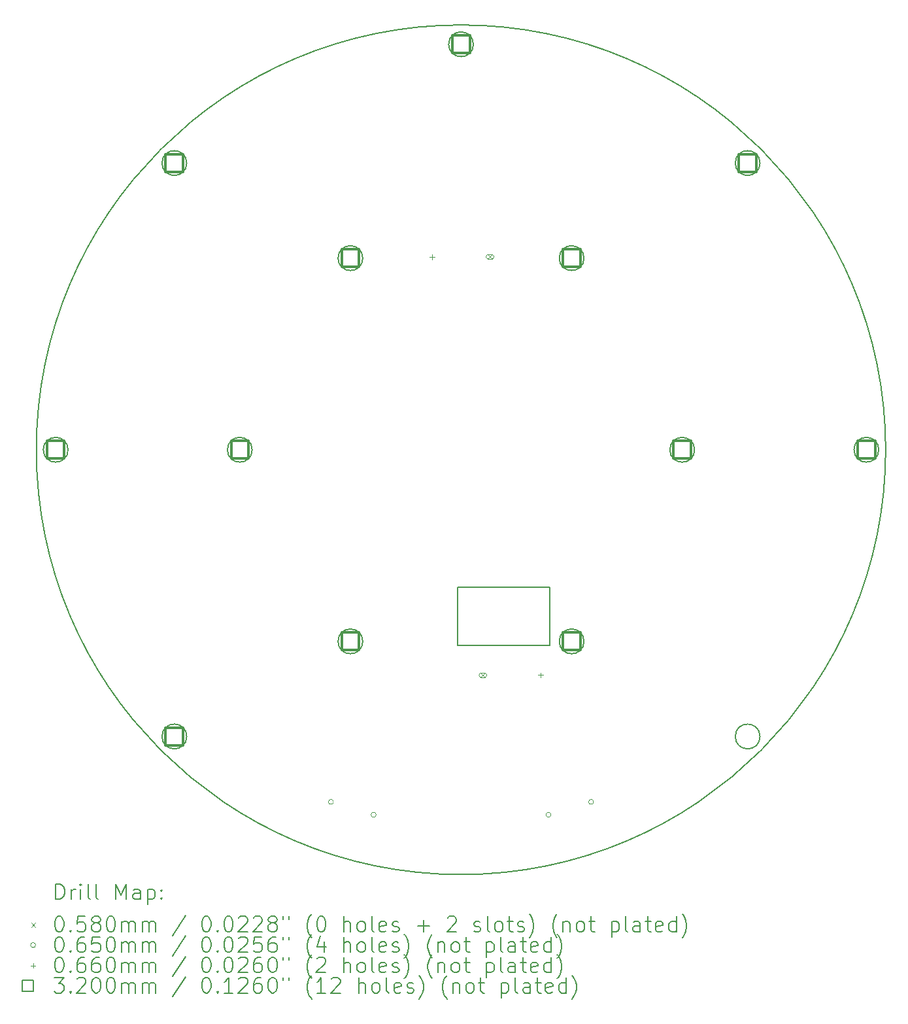
<source format=gbr>
%TF.GenerationSoftware,KiCad,Pcbnew,7.0.11*%
%TF.CreationDate,2025-01-20T01:56:28+09:00*%
%TF.ProjectId,Main,4d61696e-2e6b-4696-9361-645f70636258,rev?*%
%TF.SameCoordinates,Original*%
%TF.FileFunction,Drillmap*%
%TF.FilePolarity,Positive*%
%FSLAX45Y45*%
G04 Gerber Fmt 4.5, Leading zero omitted, Abs format (unit mm)*
G04 Created by KiCad (PCBNEW 7.0.11) date 2025-01-20 01:56:28*
%MOMM*%
%LPD*%
G01*
G04 APERTURE LIST*
%ADD10C,0.200000*%
%ADD11C,0.100000*%
%ADD12C,0.320000*%
G04 APERTURE END LIST*
D10*
X20742539Y-10159987D02*
G75*
G03*
X9742539Y-10159987I-5500000J0D01*
G01*
X9742539Y-10159987D02*
G75*
G03*
X20742539Y-10159987I5500000J0D01*
G01*
X10152539Y-10159987D02*
G75*
G03*
X9832539Y-10159987I-160000J0D01*
G01*
X9832539Y-10159987D02*
G75*
G03*
X10152539Y-10159987I160000J0D01*
G01*
X12537439Y-10159974D02*
G75*
G03*
X12217439Y-10159974I-160000J0D01*
G01*
X12217439Y-10159974D02*
G75*
G03*
X12537439Y-10159974I160000J0D01*
G01*
X13970000Y-7678731D02*
G75*
G03*
X13650000Y-7678731I-160000J0D01*
G01*
X13650000Y-7678731D02*
G75*
G03*
X13970000Y-7678731I160000J0D01*
G01*
X11690229Y-13872298D02*
G75*
G03*
X11370229Y-13872298I-160000J0D01*
G01*
X11370229Y-13872298D02*
G75*
G03*
X11690229Y-13872298I160000J0D01*
G01*
X20652539Y-10159987D02*
G75*
G03*
X20332539Y-10159987I-160000J0D01*
G01*
X20332539Y-10159987D02*
G75*
G03*
X20652539Y-10159987I160000J0D01*
G01*
X13969978Y-12641231D02*
G75*
G03*
X13649978Y-12641231I-160000J0D01*
G01*
X13649978Y-12641231D02*
G75*
G03*
X13969978Y-12641231I160000J0D01*
G01*
X11690229Y-6447677D02*
G75*
G03*
X11370229Y-6447677I-160000J0D01*
G01*
X11370229Y-6447677D02*
G75*
G03*
X11690229Y-6447677I160000J0D01*
G01*
X16835079Y-12641244D02*
G75*
G03*
X16515079Y-12641244I-160000J0D01*
G01*
X16515079Y-12641244D02*
G75*
G03*
X16835079Y-12641244I160000J0D01*
G01*
X18267640Y-10160000D02*
G75*
G03*
X17947640Y-10160000I-160000J0D01*
G01*
X17947640Y-10160000D02*
G75*
G03*
X18267640Y-10160000I160000J0D01*
G01*
X19114850Y-13872298D02*
G75*
G03*
X18794850Y-13872298I-160000J0D01*
G01*
X18794850Y-13872298D02*
G75*
G03*
X19114850Y-13872298I160000J0D01*
G01*
X19114850Y-6447677D02*
G75*
G03*
X18794850Y-6447677I-160000J0D01*
G01*
X18794850Y-6447677D02*
G75*
G03*
X19114850Y-6447677I160000J0D01*
G01*
X15200000Y-11942000D02*
X16394000Y-11942000D01*
X16394000Y-12694000D01*
X15200000Y-12694000D01*
X15200000Y-11942000D01*
X16835101Y-7678744D02*
G75*
G03*
X16515101Y-7678744I-160000J0D01*
G01*
X16515101Y-7678744D02*
G75*
G03*
X16835101Y-7678744I160000J0D01*
G01*
X15402539Y-4909987D02*
G75*
G03*
X15082539Y-4909987I-160000J0D01*
G01*
X15082539Y-4909987D02*
G75*
G03*
X15402539Y-4909987I160000J0D01*
G01*
D11*
X15497000Y-13049500D02*
X15555000Y-13107500D01*
X15555000Y-13049500D02*
X15497000Y-13107500D01*
X15547000Y-13049500D02*
X15505000Y-13049500D01*
X15505000Y-13049500D02*
G75*
G03*
X15505000Y-13107500I0J-29000D01*
G01*
X15505000Y-13107500D02*
X15547000Y-13107500D01*
X15547000Y-13107500D02*
G75*
G03*
X15547000Y-13049500I0J29000D01*
G01*
X15589000Y-7632000D02*
X15647000Y-7690000D01*
X15647000Y-7632000D02*
X15589000Y-7690000D01*
X15597000Y-7690000D02*
X15639000Y-7690000D01*
X15639000Y-7690000D02*
G75*
G03*
X15639000Y-7632000I0J29000D01*
G01*
X15639000Y-7632000D02*
X15597000Y-7632000D01*
X15597000Y-7632000D02*
G75*
G03*
X15597000Y-7690000I0J-29000D01*
G01*
X13590605Y-14718837D02*
G75*
G03*
X13525605Y-14718837I-32500J0D01*
G01*
X13525605Y-14718837D02*
G75*
G03*
X13590605Y-14718837I32500J0D01*
G01*
X14143716Y-14886621D02*
G75*
G03*
X14078716Y-14886621I-32500J0D01*
G01*
X14078716Y-14886621D02*
G75*
G03*
X14143716Y-14886621I32500J0D01*
G01*
X16407244Y-14886354D02*
G75*
G03*
X16342244Y-14886354I-32500J0D01*
G01*
X16342244Y-14886354D02*
G75*
G03*
X16407244Y-14886354I32500J0D01*
G01*
X16960356Y-14718569D02*
G75*
G03*
X16895356Y-14718569I-32500J0D01*
G01*
X16895356Y-14718569D02*
G75*
G03*
X16960356Y-14718569I32500J0D01*
G01*
X14868000Y-7628000D02*
X14868000Y-7694000D01*
X14835000Y-7661000D02*
X14901000Y-7661000D01*
X16276000Y-13045500D02*
X16276000Y-13111500D01*
X16243000Y-13078500D02*
X16309000Y-13078500D01*
D12*
X10105138Y-10273138D02*
X10105138Y-10046862D01*
X9878862Y-10046862D01*
X9878862Y-10273138D01*
X10105138Y-10273138D01*
X11643138Y-6561138D02*
X11643138Y-6334862D01*
X11416862Y-6334862D01*
X11416862Y-6561138D01*
X11643138Y-6561138D01*
X11644138Y-13985138D02*
X11644138Y-13758862D01*
X11417862Y-13758862D01*
X11417862Y-13985138D01*
X11644138Y-13985138D01*
X12491138Y-10273138D02*
X12491138Y-10046862D01*
X12264862Y-10046862D01*
X12264862Y-10273138D01*
X12491138Y-10273138D01*
X13922138Y-7792138D02*
X13922138Y-7565862D01*
X13695862Y-7565862D01*
X13695862Y-7792138D01*
X13922138Y-7792138D01*
X13923138Y-12753138D02*
X13923138Y-12526862D01*
X13696862Y-12526862D01*
X13696862Y-12753138D01*
X13923138Y-12753138D01*
X15355138Y-5023138D02*
X15355138Y-4796862D01*
X15128862Y-4796862D01*
X15128862Y-5023138D01*
X15355138Y-5023138D01*
X16788138Y-7791138D02*
X16788138Y-7564862D01*
X16561862Y-7564862D01*
X16561862Y-7791138D01*
X16788138Y-7791138D01*
X16789138Y-12754138D02*
X16789138Y-12527862D01*
X16562862Y-12527862D01*
X16562862Y-12754138D01*
X16789138Y-12754138D01*
X18221138Y-10272138D02*
X18221138Y-10045862D01*
X17994862Y-10045862D01*
X17994862Y-10272138D01*
X18221138Y-10272138D01*
X19068138Y-6562138D02*
X19068138Y-6335862D01*
X18841862Y-6335862D01*
X18841862Y-6562138D01*
X19068138Y-6562138D01*
X20605138Y-10273138D02*
X20605138Y-10046862D01*
X20378862Y-10046862D01*
X20378862Y-10273138D01*
X20605138Y-10273138D01*
D10*
X9993316Y-15981471D02*
X9993316Y-15781471D01*
X9993316Y-15781471D02*
X10040935Y-15781471D01*
X10040935Y-15781471D02*
X10069507Y-15790995D01*
X10069507Y-15790995D02*
X10088554Y-15810042D01*
X10088554Y-15810042D02*
X10098078Y-15829090D01*
X10098078Y-15829090D02*
X10107602Y-15867185D01*
X10107602Y-15867185D02*
X10107602Y-15895757D01*
X10107602Y-15895757D02*
X10098078Y-15933852D01*
X10098078Y-15933852D02*
X10088554Y-15952900D01*
X10088554Y-15952900D02*
X10069507Y-15971947D01*
X10069507Y-15971947D02*
X10040935Y-15981471D01*
X10040935Y-15981471D02*
X9993316Y-15981471D01*
X10193316Y-15981471D02*
X10193316Y-15848138D01*
X10193316Y-15886233D02*
X10202840Y-15867185D01*
X10202840Y-15867185D02*
X10212364Y-15857661D01*
X10212364Y-15857661D02*
X10231411Y-15848138D01*
X10231411Y-15848138D02*
X10250459Y-15848138D01*
X10317126Y-15981471D02*
X10317126Y-15848138D01*
X10317126Y-15781471D02*
X10307602Y-15790995D01*
X10307602Y-15790995D02*
X10317126Y-15800519D01*
X10317126Y-15800519D02*
X10326649Y-15790995D01*
X10326649Y-15790995D02*
X10317126Y-15781471D01*
X10317126Y-15781471D02*
X10317126Y-15800519D01*
X10440935Y-15981471D02*
X10421887Y-15971947D01*
X10421887Y-15971947D02*
X10412364Y-15952900D01*
X10412364Y-15952900D02*
X10412364Y-15781471D01*
X10545697Y-15981471D02*
X10526649Y-15971947D01*
X10526649Y-15971947D02*
X10517126Y-15952900D01*
X10517126Y-15952900D02*
X10517126Y-15781471D01*
X10774268Y-15981471D02*
X10774268Y-15781471D01*
X10774268Y-15781471D02*
X10840935Y-15924328D01*
X10840935Y-15924328D02*
X10907602Y-15781471D01*
X10907602Y-15781471D02*
X10907602Y-15981471D01*
X11088554Y-15981471D02*
X11088554Y-15876709D01*
X11088554Y-15876709D02*
X11079030Y-15857661D01*
X11079030Y-15857661D02*
X11059983Y-15848138D01*
X11059983Y-15848138D02*
X11021887Y-15848138D01*
X11021887Y-15848138D02*
X11002840Y-15857661D01*
X11088554Y-15971947D02*
X11069507Y-15981471D01*
X11069507Y-15981471D02*
X11021887Y-15981471D01*
X11021887Y-15981471D02*
X11002840Y-15971947D01*
X11002840Y-15971947D02*
X10993316Y-15952900D01*
X10993316Y-15952900D02*
X10993316Y-15933852D01*
X10993316Y-15933852D02*
X11002840Y-15914804D01*
X11002840Y-15914804D02*
X11021887Y-15905281D01*
X11021887Y-15905281D02*
X11069507Y-15905281D01*
X11069507Y-15905281D02*
X11088554Y-15895757D01*
X11183792Y-15848138D02*
X11183792Y-16048138D01*
X11183792Y-15857661D02*
X11202840Y-15848138D01*
X11202840Y-15848138D02*
X11240935Y-15848138D01*
X11240935Y-15848138D02*
X11259983Y-15857661D01*
X11259983Y-15857661D02*
X11269506Y-15867185D01*
X11269506Y-15867185D02*
X11279030Y-15886233D01*
X11279030Y-15886233D02*
X11279030Y-15943376D01*
X11279030Y-15943376D02*
X11269506Y-15962423D01*
X11269506Y-15962423D02*
X11259983Y-15971947D01*
X11259983Y-15971947D02*
X11240935Y-15981471D01*
X11240935Y-15981471D02*
X11202840Y-15981471D01*
X11202840Y-15981471D02*
X11183792Y-15971947D01*
X11364745Y-15962423D02*
X11374268Y-15971947D01*
X11374268Y-15971947D02*
X11364745Y-15981471D01*
X11364745Y-15981471D02*
X11355221Y-15971947D01*
X11355221Y-15971947D02*
X11364745Y-15962423D01*
X11364745Y-15962423D02*
X11364745Y-15981471D01*
X11364745Y-15857661D02*
X11374268Y-15867185D01*
X11374268Y-15867185D02*
X11364745Y-15876709D01*
X11364745Y-15876709D02*
X11355221Y-15867185D01*
X11355221Y-15867185D02*
X11364745Y-15857661D01*
X11364745Y-15857661D02*
X11364745Y-15876709D01*
D11*
X9674539Y-16280987D02*
X9732539Y-16338987D01*
X9732539Y-16280987D02*
X9674539Y-16338987D01*
D10*
X10031411Y-16201471D02*
X10050459Y-16201471D01*
X10050459Y-16201471D02*
X10069507Y-16210995D01*
X10069507Y-16210995D02*
X10079030Y-16220519D01*
X10079030Y-16220519D02*
X10088554Y-16239566D01*
X10088554Y-16239566D02*
X10098078Y-16277661D01*
X10098078Y-16277661D02*
X10098078Y-16325281D01*
X10098078Y-16325281D02*
X10088554Y-16363376D01*
X10088554Y-16363376D02*
X10079030Y-16382423D01*
X10079030Y-16382423D02*
X10069507Y-16391947D01*
X10069507Y-16391947D02*
X10050459Y-16401471D01*
X10050459Y-16401471D02*
X10031411Y-16401471D01*
X10031411Y-16401471D02*
X10012364Y-16391947D01*
X10012364Y-16391947D02*
X10002840Y-16382423D01*
X10002840Y-16382423D02*
X9993316Y-16363376D01*
X9993316Y-16363376D02*
X9983792Y-16325281D01*
X9983792Y-16325281D02*
X9983792Y-16277661D01*
X9983792Y-16277661D02*
X9993316Y-16239566D01*
X9993316Y-16239566D02*
X10002840Y-16220519D01*
X10002840Y-16220519D02*
X10012364Y-16210995D01*
X10012364Y-16210995D02*
X10031411Y-16201471D01*
X10183792Y-16382423D02*
X10193316Y-16391947D01*
X10193316Y-16391947D02*
X10183792Y-16401471D01*
X10183792Y-16401471D02*
X10174268Y-16391947D01*
X10174268Y-16391947D02*
X10183792Y-16382423D01*
X10183792Y-16382423D02*
X10183792Y-16401471D01*
X10374268Y-16201471D02*
X10279030Y-16201471D01*
X10279030Y-16201471D02*
X10269507Y-16296709D01*
X10269507Y-16296709D02*
X10279030Y-16287185D01*
X10279030Y-16287185D02*
X10298078Y-16277661D01*
X10298078Y-16277661D02*
X10345697Y-16277661D01*
X10345697Y-16277661D02*
X10364745Y-16287185D01*
X10364745Y-16287185D02*
X10374268Y-16296709D01*
X10374268Y-16296709D02*
X10383792Y-16315757D01*
X10383792Y-16315757D02*
X10383792Y-16363376D01*
X10383792Y-16363376D02*
X10374268Y-16382423D01*
X10374268Y-16382423D02*
X10364745Y-16391947D01*
X10364745Y-16391947D02*
X10345697Y-16401471D01*
X10345697Y-16401471D02*
X10298078Y-16401471D01*
X10298078Y-16401471D02*
X10279030Y-16391947D01*
X10279030Y-16391947D02*
X10269507Y-16382423D01*
X10498078Y-16287185D02*
X10479030Y-16277661D01*
X10479030Y-16277661D02*
X10469507Y-16268138D01*
X10469507Y-16268138D02*
X10459983Y-16249090D01*
X10459983Y-16249090D02*
X10459983Y-16239566D01*
X10459983Y-16239566D02*
X10469507Y-16220519D01*
X10469507Y-16220519D02*
X10479030Y-16210995D01*
X10479030Y-16210995D02*
X10498078Y-16201471D01*
X10498078Y-16201471D02*
X10536173Y-16201471D01*
X10536173Y-16201471D02*
X10555221Y-16210995D01*
X10555221Y-16210995D02*
X10564745Y-16220519D01*
X10564745Y-16220519D02*
X10574268Y-16239566D01*
X10574268Y-16239566D02*
X10574268Y-16249090D01*
X10574268Y-16249090D02*
X10564745Y-16268138D01*
X10564745Y-16268138D02*
X10555221Y-16277661D01*
X10555221Y-16277661D02*
X10536173Y-16287185D01*
X10536173Y-16287185D02*
X10498078Y-16287185D01*
X10498078Y-16287185D02*
X10479030Y-16296709D01*
X10479030Y-16296709D02*
X10469507Y-16306233D01*
X10469507Y-16306233D02*
X10459983Y-16325281D01*
X10459983Y-16325281D02*
X10459983Y-16363376D01*
X10459983Y-16363376D02*
X10469507Y-16382423D01*
X10469507Y-16382423D02*
X10479030Y-16391947D01*
X10479030Y-16391947D02*
X10498078Y-16401471D01*
X10498078Y-16401471D02*
X10536173Y-16401471D01*
X10536173Y-16401471D02*
X10555221Y-16391947D01*
X10555221Y-16391947D02*
X10564745Y-16382423D01*
X10564745Y-16382423D02*
X10574268Y-16363376D01*
X10574268Y-16363376D02*
X10574268Y-16325281D01*
X10574268Y-16325281D02*
X10564745Y-16306233D01*
X10564745Y-16306233D02*
X10555221Y-16296709D01*
X10555221Y-16296709D02*
X10536173Y-16287185D01*
X10698078Y-16201471D02*
X10717126Y-16201471D01*
X10717126Y-16201471D02*
X10736173Y-16210995D01*
X10736173Y-16210995D02*
X10745697Y-16220519D01*
X10745697Y-16220519D02*
X10755221Y-16239566D01*
X10755221Y-16239566D02*
X10764745Y-16277661D01*
X10764745Y-16277661D02*
X10764745Y-16325281D01*
X10764745Y-16325281D02*
X10755221Y-16363376D01*
X10755221Y-16363376D02*
X10745697Y-16382423D01*
X10745697Y-16382423D02*
X10736173Y-16391947D01*
X10736173Y-16391947D02*
X10717126Y-16401471D01*
X10717126Y-16401471D02*
X10698078Y-16401471D01*
X10698078Y-16401471D02*
X10679030Y-16391947D01*
X10679030Y-16391947D02*
X10669507Y-16382423D01*
X10669507Y-16382423D02*
X10659983Y-16363376D01*
X10659983Y-16363376D02*
X10650459Y-16325281D01*
X10650459Y-16325281D02*
X10650459Y-16277661D01*
X10650459Y-16277661D02*
X10659983Y-16239566D01*
X10659983Y-16239566D02*
X10669507Y-16220519D01*
X10669507Y-16220519D02*
X10679030Y-16210995D01*
X10679030Y-16210995D02*
X10698078Y-16201471D01*
X10850459Y-16401471D02*
X10850459Y-16268138D01*
X10850459Y-16287185D02*
X10859983Y-16277661D01*
X10859983Y-16277661D02*
X10879030Y-16268138D01*
X10879030Y-16268138D02*
X10907602Y-16268138D01*
X10907602Y-16268138D02*
X10926649Y-16277661D01*
X10926649Y-16277661D02*
X10936173Y-16296709D01*
X10936173Y-16296709D02*
X10936173Y-16401471D01*
X10936173Y-16296709D02*
X10945697Y-16277661D01*
X10945697Y-16277661D02*
X10964745Y-16268138D01*
X10964745Y-16268138D02*
X10993316Y-16268138D01*
X10993316Y-16268138D02*
X11012364Y-16277661D01*
X11012364Y-16277661D02*
X11021888Y-16296709D01*
X11021888Y-16296709D02*
X11021888Y-16401471D01*
X11117126Y-16401471D02*
X11117126Y-16268138D01*
X11117126Y-16287185D02*
X11126649Y-16277661D01*
X11126649Y-16277661D02*
X11145697Y-16268138D01*
X11145697Y-16268138D02*
X11174269Y-16268138D01*
X11174269Y-16268138D02*
X11193316Y-16277661D01*
X11193316Y-16277661D02*
X11202840Y-16296709D01*
X11202840Y-16296709D02*
X11202840Y-16401471D01*
X11202840Y-16296709D02*
X11212364Y-16277661D01*
X11212364Y-16277661D02*
X11231411Y-16268138D01*
X11231411Y-16268138D02*
X11259983Y-16268138D01*
X11259983Y-16268138D02*
X11279030Y-16277661D01*
X11279030Y-16277661D02*
X11288554Y-16296709D01*
X11288554Y-16296709D02*
X11288554Y-16401471D01*
X11679030Y-16191947D02*
X11507602Y-16449090D01*
X11936173Y-16201471D02*
X11955221Y-16201471D01*
X11955221Y-16201471D02*
X11974269Y-16210995D01*
X11974269Y-16210995D02*
X11983792Y-16220519D01*
X11983792Y-16220519D02*
X11993316Y-16239566D01*
X11993316Y-16239566D02*
X12002840Y-16277661D01*
X12002840Y-16277661D02*
X12002840Y-16325281D01*
X12002840Y-16325281D02*
X11993316Y-16363376D01*
X11993316Y-16363376D02*
X11983792Y-16382423D01*
X11983792Y-16382423D02*
X11974269Y-16391947D01*
X11974269Y-16391947D02*
X11955221Y-16401471D01*
X11955221Y-16401471D02*
X11936173Y-16401471D01*
X11936173Y-16401471D02*
X11917126Y-16391947D01*
X11917126Y-16391947D02*
X11907602Y-16382423D01*
X11907602Y-16382423D02*
X11898078Y-16363376D01*
X11898078Y-16363376D02*
X11888554Y-16325281D01*
X11888554Y-16325281D02*
X11888554Y-16277661D01*
X11888554Y-16277661D02*
X11898078Y-16239566D01*
X11898078Y-16239566D02*
X11907602Y-16220519D01*
X11907602Y-16220519D02*
X11917126Y-16210995D01*
X11917126Y-16210995D02*
X11936173Y-16201471D01*
X12088554Y-16382423D02*
X12098078Y-16391947D01*
X12098078Y-16391947D02*
X12088554Y-16401471D01*
X12088554Y-16401471D02*
X12079030Y-16391947D01*
X12079030Y-16391947D02*
X12088554Y-16382423D01*
X12088554Y-16382423D02*
X12088554Y-16401471D01*
X12221888Y-16201471D02*
X12240935Y-16201471D01*
X12240935Y-16201471D02*
X12259983Y-16210995D01*
X12259983Y-16210995D02*
X12269507Y-16220519D01*
X12269507Y-16220519D02*
X12279030Y-16239566D01*
X12279030Y-16239566D02*
X12288554Y-16277661D01*
X12288554Y-16277661D02*
X12288554Y-16325281D01*
X12288554Y-16325281D02*
X12279030Y-16363376D01*
X12279030Y-16363376D02*
X12269507Y-16382423D01*
X12269507Y-16382423D02*
X12259983Y-16391947D01*
X12259983Y-16391947D02*
X12240935Y-16401471D01*
X12240935Y-16401471D02*
X12221888Y-16401471D01*
X12221888Y-16401471D02*
X12202840Y-16391947D01*
X12202840Y-16391947D02*
X12193316Y-16382423D01*
X12193316Y-16382423D02*
X12183792Y-16363376D01*
X12183792Y-16363376D02*
X12174269Y-16325281D01*
X12174269Y-16325281D02*
X12174269Y-16277661D01*
X12174269Y-16277661D02*
X12183792Y-16239566D01*
X12183792Y-16239566D02*
X12193316Y-16220519D01*
X12193316Y-16220519D02*
X12202840Y-16210995D01*
X12202840Y-16210995D02*
X12221888Y-16201471D01*
X12364745Y-16220519D02*
X12374269Y-16210995D01*
X12374269Y-16210995D02*
X12393316Y-16201471D01*
X12393316Y-16201471D02*
X12440935Y-16201471D01*
X12440935Y-16201471D02*
X12459983Y-16210995D01*
X12459983Y-16210995D02*
X12469507Y-16220519D01*
X12469507Y-16220519D02*
X12479030Y-16239566D01*
X12479030Y-16239566D02*
X12479030Y-16258614D01*
X12479030Y-16258614D02*
X12469507Y-16287185D01*
X12469507Y-16287185D02*
X12355221Y-16401471D01*
X12355221Y-16401471D02*
X12479030Y-16401471D01*
X12555221Y-16220519D02*
X12564745Y-16210995D01*
X12564745Y-16210995D02*
X12583792Y-16201471D01*
X12583792Y-16201471D02*
X12631411Y-16201471D01*
X12631411Y-16201471D02*
X12650459Y-16210995D01*
X12650459Y-16210995D02*
X12659983Y-16220519D01*
X12659983Y-16220519D02*
X12669507Y-16239566D01*
X12669507Y-16239566D02*
X12669507Y-16258614D01*
X12669507Y-16258614D02*
X12659983Y-16287185D01*
X12659983Y-16287185D02*
X12545697Y-16401471D01*
X12545697Y-16401471D02*
X12669507Y-16401471D01*
X12783792Y-16287185D02*
X12764745Y-16277661D01*
X12764745Y-16277661D02*
X12755221Y-16268138D01*
X12755221Y-16268138D02*
X12745697Y-16249090D01*
X12745697Y-16249090D02*
X12745697Y-16239566D01*
X12745697Y-16239566D02*
X12755221Y-16220519D01*
X12755221Y-16220519D02*
X12764745Y-16210995D01*
X12764745Y-16210995D02*
X12783792Y-16201471D01*
X12783792Y-16201471D02*
X12821888Y-16201471D01*
X12821888Y-16201471D02*
X12840935Y-16210995D01*
X12840935Y-16210995D02*
X12850459Y-16220519D01*
X12850459Y-16220519D02*
X12859983Y-16239566D01*
X12859983Y-16239566D02*
X12859983Y-16249090D01*
X12859983Y-16249090D02*
X12850459Y-16268138D01*
X12850459Y-16268138D02*
X12840935Y-16277661D01*
X12840935Y-16277661D02*
X12821888Y-16287185D01*
X12821888Y-16287185D02*
X12783792Y-16287185D01*
X12783792Y-16287185D02*
X12764745Y-16296709D01*
X12764745Y-16296709D02*
X12755221Y-16306233D01*
X12755221Y-16306233D02*
X12745697Y-16325281D01*
X12745697Y-16325281D02*
X12745697Y-16363376D01*
X12745697Y-16363376D02*
X12755221Y-16382423D01*
X12755221Y-16382423D02*
X12764745Y-16391947D01*
X12764745Y-16391947D02*
X12783792Y-16401471D01*
X12783792Y-16401471D02*
X12821888Y-16401471D01*
X12821888Y-16401471D02*
X12840935Y-16391947D01*
X12840935Y-16391947D02*
X12850459Y-16382423D01*
X12850459Y-16382423D02*
X12859983Y-16363376D01*
X12859983Y-16363376D02*
X12859983Y-16325281D01*
X12859983Y-16325281D02*
X12850459Y-16306233D01*
X12850459Y-16306233D02*
X12840935Y-16296709D01*
X12840935Y-16296709D02*
X12821888Y-16287185D01*
X12936173Y-16201471D02*
X12936173Y-16239566D01*
X13012364Y-16201471D02*
X13012364Y-16239566D01*
X13307602Y-16477661D02*
X13298078Y-16468138D01*
X13298078Y-16468138D02*
X13279031Y-16439566D01*
X13279031Y-16439566D02*
X13269507Y-16420519D01*
X13269507Y-16420519D02*
X13259983Y-16391947D01*
X13259983Y-16391947D02*
X13250459Y-16344328D01*
X13250459Y-16344328D02*
X13250459Y-16306233D01*
X13250459Y-16306233D02*
X13259983Y-16258614D01*
X13259983Y-16258614D02*
X13269507Y-16230042D01*
X13269507Y-16230042D02*
X13279031Y-16210995D01*
X13279031Y-16210995D02*
X13298078Y-16182423D01*
X13298078Y-16182423D02*
X13307602Y-16172900D01*
X13421888Y-16201471D02*
X13440935Y-16201471D01*
X13440935Y-16201471D02*
X13459983Y-16210995D01*
X13459983Y-16210995D02*
X13469507Y-16220519D01*
X13469507Y-16220519D02*
X13479031Y-16239566D01*
X13479031Y-16239566D02*
X13488554Y-16277661D01*
X13488554Y-16277661D02*
X13488554Y-16325281D01*
X13488554Y-16325281D02*
X13479031Y-16363376D01*
X13479031Y-16363376D02*
X13469507Y-16382423D01*
X13469507Y-16382423D02*
X13459983Y-16391947D01*
X13459983Y-16391947D02*
X13440935Y-16401471D01*
X13440935Y-16401471D02*
X13421888Y-16401471D01*
X13421888Y-16401471D02*
X13402840Y-16391947D01*
X13402840Y-16391947D02*
X13393316Y-16382423D01*
X13393316Y-16382423D02*
X13383792Y-16363376D01*
X13383792Y-16363376D02*
X13374269Y-16325281D01*
X13374269Y-16325281D02*
X13374269Y-16277661D01*
X13374269Y-16277661D02*
X13383792Y-16239566D01*
X13383792Y-16239566D02*
X13393316Y-16220519D01*
X13393316Y-16220519D02*
X13402840Y-16210995D01*
X13402840Y-16210995D02*
X13421888Y-16201471D01*
X13726650Y-16401471D02*
X13726650Y-16201471D01*
X13812364Y-16401471D02*
X13812364Y-16296709D01*
X13812364Y-16296709D02*
X13802840Y-16277661D01*
X13802840Y-16277661D02*
X13783793Y-16268138D01*
X13783793Y-16268138D02*
X13755221Y-16268138D01*
X13755221Y-16268138D02*
X13736173Y-16277661D01*
X13736173Y-16277661D02*
X13726650Y-16287185D01*
X13936173Y-16401471D02*
X13917126Y-16391947D01*
X13917126Y-16391947D02*
X13907602Y-16382423D01*
X13907602Y-16382423D02*
X13898078Y-16363376D01*
X13898078Y-16363376D02*
X13898078Y-16306233D01*
X13898078Y-16306233D02*
X13907602Y-16287185D01*
X13907602Y-16287185D02*
X13917126Y-16277661D01*
X13917126Y-16277661D02*
X13936173Y-16268138D01*
X13936173Y-16268138D02*
X13964745Y-16268138D01*
X13964745Y-16268138D02*
X13983793Y-16277661D01*
X13983793Y-16277661D02*
X13993316Y-16287185D01*
X13993316Y-16287185D02*
X14002840Y-16306233D01*
X14002840Y-16306233D02*
X14002840Y-16363376D01*
X14002840Y-16363376D02*
X13993316Y-16382423D01*
X13993316Y-16382423D02*
X13983793Y-16391947D01*
X13983793Y-16391947D02*
X13964745Y-16401471D01*
X13964745Y-16401471D02*
X13936173Y-16401471D01*
X14117126Y-16401471D02*
X14098078Y-16391947D01*
X14098078Y-16391947D02*
X14088554Y-16372900D01*
X14088554Y-16372900D02*
X14088554Y-16201471D01*
X14269507Y-16391947D02*
X14250459Y-16401471D01*
X14250459Y-16401471D02*
X14212364Y-16401471D01*
X14212364Y-16401471D02*
X14193316Y-16391947D01*
X14193316Y-16391947D02*
X14183793Y-16372900D01*
X14183793Y-16372900D02*
X14183793Y-16296709D01*
X14183793Y-16296709D02*
X14193316Y-16277661D01*
X14193316Y-16277661D02*
X14212364Y-16268138D01*
X14212364Y-16268138D02*
X14250459Y-16268138D01*
X14250459Y-16268138D02*
X14269507Y-16277661D01*
X14269507Y-16277661D02*
X14279031Y-16296709D01*
X14279031Y-16296709D02*
X14279031Y-16315757D01*
X14279031Y-16315757D02*
X14183793Y-16334804D01*
X14355221Y-16391947D02*
X14374269Y-16401471D01*
X14374269Y-16401471D02*
X14412364Y-16401471D01*
X14412364Y-16401471D02*
X14431412Y-16391947D01*
X14431412Y-16391947D02*
X14440935Y-16372900D01*
X14440935Y-16372900D02*
X14440935Y-16363376D01*
X14440935Y-16363376D02*
X14431412Y-16344328D01*
X14431412Y-16344328D02*
X14412364Y-16334804D01*
X14412364Y-16334804D02*
X14383793Y-16334804D01*
X14383793Y-16334804D02*
X14364745Y-16325281D01*
X14364745Y-16325281D02*
X14355221Y-16306233D01*
X14355221Y-16306233D02*
X14355221Y-16296709D01*
X14355221Y-16296709D02*
X14364745Y-16277661D01*
X14364745Y-16277661D02*
X14383793Y-16268138D01*
X14383793Y-16268138D02*
X14412364Y-16268138D01*
X14412364Y-16268138D02*
X14431412Y-16277661D01*
X14679031Y-16325281D02*
X14831412Y-16325281D01*
X14755221Y-16401471D02*
X14755221Y-16249090D01*
X15069507Y-16220519D02*
X15079031Y-16210995D01*
X15079031Y-16210995D02*
X15098078Y-16201471D01*
X15098078Y-16201471D02*
X15145697Y-16201471D01*
X15145697Y-16201471D02*
X15164745Y-16210995D01*
X15164745Y-16210995D02*
X15174269Y-16220519D01*
X15174269Y-16220519D02*
X15183793Y-16239566D01*
X15183793Y-16239566D02*
X15183793Y-16258614D01*
X15183793Y-16258614D02*
X15174269Y-16287185D01*
X15174269Y-16287185D02*
X15059983Y-16401471D01*
X15059983Y-16401471D02*
X15183793Y-16401471D01*
X15412364Y-16391947D02*
X15431412Y-16401471D01*
X15431412Y-16401471D02*
X15469507Y-16401471D01*
X15469507Y-16401471D02*
X15488555Y-16391947D01*
X15488555Y-16391947D02*
X15498078Y-16372900D01*
X15498078Y-16372900D02*
X15498078Y-16363376D01*
X15498078Y-16363376D02*
X15488555Y-16344328D01*
X15488555Y-16344328D02*
X15469507Y-16334804D01*
X15469507Y-16334804D02*
X15440936Y-16334804D01*
X15440936Y-16334804D02*
X15421888Y-16325281D01*
X15421888Y-16325281D02*
X15412364Y-16306233D01*
X15412364Y-16306233D02*
X15412364Y-16296709D01*
X15412364Y-16296709D02*
X15421888Y-16277661D01*
X15421888Y-16277661D02*
X15440936Y-16268138D01*
X15440936Y-16268138D02*
X15469507Y-16268138D01*
X15469507Y-16268138D02*
X15488555Y-16277661D01*
X15612364Y-16401471D02*
X15593317Y-16391947D01*
X15593317Y-16391947D02*
X15583793Y-16372900D01*
X15583793Y-16372900D02*
X15583793Y-16201471D01*
X15717126Y-16401471D02*
X15698078Y-16391947D01*
X15698078Y-16391947D02*
X15688555Y-16382423D01*
X15688555Y-16382423D02*
X15679031Y-16363376D01*
X15679031Y-16363376D02*
X15679031Y-16306233D01*
X15679031Y-16306233D02*
X15688555Y-16287185D01*
X15688555Y-16287185D02*
X15698078Y-16277661D01*
X15698078Y-16277661D02*
X15717126Y-16268138D01*
X15717126Y-16268138D02*
X15745698Y-16268138D01*
X15745698Y-16268138D02*
X15764745Y-16277661D01*
X15764745Y-16277661D02*
X15774269Y-16287185D01*
X15774269Y-16287185D02*
X15783793Y-16306233D01*
X15783793Y-16306233D02*
X15783793Y-16363376D01*
X15783793Y-16363376D02*
X15774269Y-16382423D01*
X15774269Y-16382423D02*
X15764745Y-16391947D01*
X15764745Y-16391947D02*
X15745698Y-16401471D01*
X15745698Y-16401471D02*
X15717126Y-16401471D01*
X15840936Y-16268138D02*
X15917126Y-16268138D01*
X15869507Y-16201471D02*
X15869507Y-16372900D01*
X15869507Y-16372900D02*
X15879031Y-16391947D01*
X15879031Y-16391947D02*
X15898078Y-16401471D01*
X15898078Y-16401471D02*
X15917126Y-16401471D01*
X15974269Y-16391947D02*
X15993317Y-16401471D01*
X15993317Y-16401471D02*
X16031412Y-16401471D01*
X16031412Y-16401471D02*
X16050459Y-16391947D01*
X16050459Y-16391947D02*
X16059983Y-16372900D01*
X16059983Y-16372900D02*
X16059983Y-16363376D01*
X16059983Y-16363376D02*
X16050459Y-16344328D01*
X16050459Y-16344328D02*
X16031412Y-16334804D01*
X16031412Y-16334804D02*
X16002840Y-16334804D01*
X16002840Y-16334804D02*
X15983793Y-16325281D01*
X15983793Y-16325281D02*
X15974269Y-16306233D01*
X15974269Y-16306233D02*
X15974269Y-16296709D01*
X15974269Y-16296709D02*
X15983793Y-16277661D01*
X15983793Y-16277661D02*
X16002840Y-16268138D01*
X16002840Y-16268138D02*
X16031412Y-16268138D01*
X16031412Y-16268138D02*
X16050459Y-16277661D01*
X16126650Y-16477661D02*
X16136174Y-16468138D01*
X16136174Y-16468138D02*
X16155221Y-16439566D01*
X16155221Y-16439566D02*
X16164745Y-16420519D01*
X16164745Y-16420519D02*
X16174269Y-16391947D01*
X16174269Y-16391947D02*
X16183793Y-16344328D01*
X16183793Y-16344328D02*
X16183793Y-16306233D01*
X16183793Y-16306233D02*
X16174269Y-16258614D01*
X16174269Y-16258614D02*
X16164745Y-16230042D01*
X16164745Y-16230042D02*
X16155221Y-16210995D01*
X16155221Y-16210995D02*
X16136174Y-16182423D01*
X16136174Y-16182423D02*
X16126650Y-16172900D01*
X16488555Y-16477661D02*
X16479031Y-16468138D01*
X16479031Y-16468138D02*
X16459983Y-16439566D01*
X16459983Y-16439566D02*
X16450459Y-16420519D01*
X16450459Y-16420519D02*
X16440936Y-16391947D01*
X16440936Y-16391947D02*
X16431412Y-16344328D01*
X16431412Y-16344328D02*
X16431412Y-16306233D01*
X16431412Y-16306233D02*
X16440936Y-16258614D01*
X16440936Y-16258614D02*
X16450459Y-16230042D01*
X16450459Y-16230042D02*
X16459983Y-16210995D01*
X16459983Y-16210995D02*
X16479031Y-16182423D01*
X16479031Y-16182423D02*
X16488555Y-16172900D01*
X16564745Y-16268138D02*
X16564745Y-16401471D01*
X16564745Y-16287185D02*
X16574269Y-16277661D01*
X16574269Y-16277661D02*
X16593317Y-16268138D01*
X16593317Y-16268138D02*
X16621888Y-16268138D01*
X16621888Y-16268138D02*
X16640936Y-16277661D01*
X16640936Y-16277661D02*
X16650459Y-16296709D01*
X16650459Y-16296709D02*
X16650459Y-16401471D01*
X16774269Y-16401471D02*
X16755221Y-16391947D01*
X16755221Y-16391947D02*
X16745698Y-16382423D01*
X16745698Y-16382423D02*
X16736174Y-16363376D01*
X16736174Y-16363376D02*
X16736174Y-16306233D01*
X16736174Y-16306233D02*
X16745698Y-16287185D01*
X16745698Y-16287185D02*
X16755221Y-16277661D01*
X16755221Y-16277661D02*
X16774269Y-16268138D01*
X16774269Y-16268138D02*
X16802841Y-16268138D01*
X16802841Y-16268138D02*
X16821888Y-16277661D01*
X16821888Y-16277661D02*
X16831412Y-16287185D01*
X16831412Y-16287185D02*
X16840936Y-16306233D01*
X16840936Y-16306233D02*
X16840936Y-16363376D01*
X16840936Y-16363376D02*
X16831412Y-16382423D01*
X16831412Y-16382423D02*
X16821888Y-16391947D01*
X16821888Y-16391947D02*
X16802841Y-16401471D01*
X16802841Y-16401471D02*
X16774269Y-16401471D01*
X16898079Y-16268138D02*
X16974269Y-16268138D01*
X16926650Y-16201471D02*
X16926650Y-16372900D01*
X16926650Y-16372900D02*
X16936174Y-16391947D01*
X16936174Y-16391947D02*
X16955221Y-16401471D01*
X16955221Y-16401471D02*
X16974269Y-16401471D01*
X17193317Y-16268138D02*
X17193317Y-16468138D01*
X17193317Y-16277661D02*
X17212364Y-16268138D01*
X17212364Y-16268138D02*
X17250460Y-16268138D01*
X17250460Y-16268138D02*
X17269507Y-16277661D01*
X17269507Y-16277661D02*
X17279031Y-16287185D01*
X17279031Y-16287185D02*
X17288555Y-16306233D01*
X17288555Y-16306233D02*
X17288555Y-16363376D01*
X17288555Y-16363376D02*
X17279031Y-16382423D01*
X17279031Y-16382423D02*
X17269507Y-16391947D01*
X17269507Y-16391947D02*
X17250460Y-16401471D01*
X17250460Y-16401471D02*
X17212364Y-16401471D01*
X17212364Y-16401471D02*
X17193317Y-16391947D01*
X17402841Y-16401471D02*
X17383793Y-16391947D01*
X17383793Y-16391947D02*
X17374269Y-16372900D01*
X17374269Y-16372900D02*
X17374269Y-16201471D01*
X17564745Y-16401471D02*
X17564745Y-16296709D01*
X17564745Y-16296709D02*
X17555222Y-16277661D01*
X17555222Y-16277661D02*
X17536174Y-16268138D01*
X17536174Y-16268138D02*
X17498079Y-16268138D01*
X17498079Y-16268138D02*
X17479031Y-16277661D01*
X17564745Y-16391947D02*
X17545698Y-16401471D01*
X17545698Y-16401471D02*
X17498079Y-16401471D01*
X17498079Y-16401471D02*
X17479031Y-16391947D01*
X17479031Y-16391947D02*
X17469507Y-16372900D01*
X17469507Y-16372900D02*
X17469507Y-16353852D01*
X17469507Y-16353852D02*
X17479031Y-16334804D01*
X17479031Y-16334804D02*
X17498079Y-16325281D01*
X17498079Y-16325281D02*
X17545698Y-16325281D01*
X17545698Y-16325281D02*
X17564745Y-16315757D01*
X17631412Y-16268138D02*
X17707602Y-16268138D01*
X17659983Y-16201471D02*
X17659983Y-16372900D01*
X17659983Y-16372900D02*
X17669507Y-16391947D01*
X17669507Y-16391947D02*
X17688555Y-16401471D01*
X17688555Y-16401471D02*
X17707602Y-16401471D01*
X17850460Y-16391947D02*
X17831412Y-16401471D01*
X17831412Y-16401471D02*
X17793317Y-16401471D01*
X17793317Y-16401471D02*
X17774269Y-16391947D01*
X17774269Y-16391947D02*
X17764745Y-16372900D01*
X17764745Y-16372900D02*
X17764745Y-16296709D01*
X17764745Y-16296709D02*
X17774269Y-16277661D01*
X17774269Y-16277661D02*
X17793317Y-16268138D01*
X17793317Y-16268138D02*
X17831412Y-16268138D01*
X17831412Y-16268138D02*
X17850460Y-16277661D01*
X17850460Y-16277661D02*
X17859983Y-16296709D01*
X17859983Y-16296709D02*
X17859983Y-16315757D01*
X17859983Y-16315757D02*
X17764745Y-16334804D01*
X18031412Y-16401471D02*
X18031412Y-16201471D01*
X18031412Y-16391947D02*
X18012364Y-16401471D01*
X18012364Y-16401471D02*
X17974269Y-16401471D01*
X17974269Y-16401471D02*
X17955222Y-16391947D01*
X17955222Y-16391947D02*
X17945698Y-16382423D01*
X17945698Y-16382423D02*
X17936174Y-16363376D01*
X17936174Y-16363376D02*
X17936174Y-16306233D01*
X17936174Y-16306233D02*
X17945698Y-16287185D01*
X17945698Y-16287185D02*
X17955222Y-16277661D01*
X17955222Y-16277661D02*
X17974269Y-16268138D01*
X17974269Y-16268138D02*
X18012364Y-16268138D01*
X18012364Y-16268138D02*
X18031412Y-16277661D01*
X18107603Y-16477661D02*
X18117126Y-16468138D01*
X18117126Y-16468138D02*
X18136174Y-16439566D01*
X18136174Y-16439566D02*
X18145698Y-16420519D01*
X18145698Y-16420519D02*
X18155222Y-16391947D01*
X18155222Y-16391947D02*
X18164745Y-16344328D01*
X18164745Y-16344328D02*
X18164745Y-16306233D01*
X18164745Y-16306233D02*
X18155222Y-16258614D01*
X18155222Y-16258614D02*
X18145698Y-16230042D01*
X18145698Y-16230042D02*
X18136174Y-16210995D01*
X18136174Y-16210995D02*
X18117126Y-16182423D01*
X18117126Y-16182423D02*
X18107603Y-16172900D01*
D11*
X9732539Y-16573987D02*
G75*
G03*
X9667539Y-16573987I-32500J0D01*
G01*
X9667539Y-16573987D02*
G75*
G03*
X9732539Y-16573987I32500J0D01*
G01*
D10*
X10031411Y-16465471D02*
X10050459Y-16465471D01*
X10050459Y-16465471D02*
X10069507Y-16474995D01*
X10069507Y-16474995D02*
X10079030Y-16484519D01*
X10079030Y-16484519D02*
X10088554Y-16503566D01*
X10088554Y-16503566D02*
X10098078Y-16541661D01*
X10098078Y-16541661D02*
X10098078Y-16589281D01*
X10098078Y-16589281D02*
X10088554Y-16627376D01*
X10088554Y-16627376D02*
X10079030Y-16646423D01*
X10079030Y-16646423D02*
X10069507Y-16655947D01*
X10069507Y-16655947D02*
X10050459Y-16665471D01*
X10050459Y-16665471D02*
X10031411Y-16665471D01*
X10031411Y-16665471D02*
X10012364Y-16655947D01*
X10012364Y-16655947D02*
X10002840Y-16646423D01*
X10002840Y-16646423D02*
X9993316Y-16627376D01*
X9993316Y-16627376D02*
X9983792Y-16589281D01*
X9983792Y-16589281D02*
X9983792Y-16541661D01*
X9983792Y-16541661D02*
X9993316Y-16503566D01*
X9993316Y-16503566D02*
X10002840Y-16484519D01*
X10002840Y-16484519D02*
X10012364Y-16474995D01*
X10012364Y-16474995D02*
X10031411Y-16465471D01*
X10183792Y-16646423D02*
X10193316Y-16655947D01*
X10193316Y-16655947D02*
X10183792Y-16665471D01*
X10183792Y-16665471D02*
X10174268Y-16655947D01*
X10174268Y-16655947D02*
X10183792Y-16646423D01*
X10183792Y-16646423D02*
X10183792Y-16665471D01*
X10364745Y-16465471D02*
X10326649Y-16465471D01*
X10326649Y-16465471D02*
X10307602Y-16474995D01*
X10307602Y-16474995D02*
X10298078Y-16484519D01*
X10298078Y-16484519D02*
X10279030Y-16513090D01*
X10279030Y-16513090D02*
X10269507Y-16551185D01*
X10269507Y-16551185D02*
X10269507Y-16627376D01*
X10269507Y-16627376D02*
X10279030Y-16646423D01*
X10279030Y-16646423D02*
X10288554Y-16655947D01*
X10288554Y-16655947D02*
X10307602Y-16665471D01*
X10307602Y-16665471D02*
X10345697Y-16665471D01*
X10345697Y-16665471D02*
X10364745Y-16655947D01*
X10364745Y-16655947D02*
X10374268Y-16646423D01*
X10374268Y-16646423D02*
X10383792Y-16627376D01*
X10383792Y-16627376D02*
X10383792Y-16579757D01*
X10383792Y-16579757D02*
X10374268Y-16560709D01*
X10374268Y-16560709D02*
X10364745Y-16551185D01*
X10364745Y-16551185D02*
X10345697Y-16541661D01*
X10345697Y-16541661D02*
X10307602Y-16541661D01*
X10307602Y-16541661D02*
X10288554Y-16551185D01*
X10288554Y-16551185D02*
X10279030Y-16560709D01*
X10279030Y-16560709D02*
X10269507Y-16579757D01*
X10564745Y-16465471D02*
X10469507Y-16465471D01*
X10469507Y-16465471D02*
X10459983Y-16560709D01*
X10459983Y-16560709D02*
X10469507Y-16551185D01*
X10469507Y-16551185D02*
X10488554Y-16541661D01*
X10488554Y-16541661D02*
X10536173Y-16541661D01*
X10536173Y-16541661D02*
X10555221Y-16551185D01*
X10555221Y-16551185D02*
X10564745Y-16560709D01*
X10564745Y-16560709D02*
X10574268Y-16579757D01*
X10574268Y-16579757D02*
X10574268Y-16627376D01*
X10574268Y-16627376D02*
X10564745Y-16646423D01*
X10564745Y-16646423D02*
X10555221Y-16655947D01*
X10555221Y-16655947D02*
X10536173Y-16665471D01*
X10536173Y-16665471D02*
X10488554Y-16665471D01*
X10488554Y-16665471D02*
X10469507Y-16655947D01*
X10469507Y-16655947D02*
X10459983Y-16646423D01*
X10698078Y-16465471D02*
X10717126Y-16465471D01*
X10717126Y-16465471D02*
X10736173Y-16474995D01*
X10736173Y-16474995D02*
X10745697Y-16484519D01*
X10745697Y-16484519D02*
X10755221Y-16503566D01*
X10755221Y-16503566D02*
X10764745Y-16541661D01*
X10764745Y-16541661D02*
X10764745Y-16589281D01*
X10764745Y-16589281D02*
X10755221Y-16627376D01*
X10755221Y-16627376D02*
X10745697Y-16646423D01*
X10745697Y-16646423D02*
X10736173Y-16655947D01*
X10736173Y-16655947D02*
X10717126Y-16665471D01*
X10717126Y-16665471D02*
X10698078Y-16665471D01*
X10698078Y-16665471D02*
X10679030Y-16655947D01*
X10679030Y-16655947D02*
X10669507Y-16646423D01*
X10669507Y-16646423D02*
X10659983Y-16627376D01*
X10659983Y-16627376D02*
X10650459Y-16589281D01*
X10650459Y-16589281D02*
X10650459Y-16541661D01*
X10650459Y-16541661D02*
X10659983Y-16503566D01*
X10659983Y-16503566D02*
X10669507Y-16484519D01*
X10669507Y-16484519D02*
X10679030Y-16474995D01*
X10679030Y-16474995D02*
X10698078Y-16465471D01*
X10850459Y-16665471D02*
X10850459Y-16532138D01*
X10850459Y-16551185D02*
X10859983Y-16541661D01*
X10859983Y-16541661D02*
X10879030Y-16532138D01*
X10879030Y-16532138D02*
X10907602Y-16532138D01*
X10907602Y-16532138D02*
X10926649Y-16541661D01*
X10926649Y-16541661D02*
X10936173Y-16560709D01*
X10936173Y-16560709D02*
X10936173Y-16665471D01*
X10936173Y-16560709D02*
X10945697Y-16541661D01*
X10945697Y-16541661D02*
X10964745Y-16532138D01*
X10964745Y-16532138D02*
X10993316Y-16532138D01*
X10993316Y-16532138D02*
X11012364Y-16541661D01*
X11012364Y-16541661D02*
X11021888Y-16560709D01*
X11021888Y-16560709D02*
X11021888Y-16665471D01*
X11117126Y-16665471D02*
X11117126Y-16532138D01*
X11117126Y-16551185D02*
X11126649Y-16541661D01*
X11126649Y-16541661D02*
X11145697Y-16532138D01*
X11145697Y-16532138D02*
X11174269Y-16532138D01*
X11174269Y-16532138D02*
X11193316Y-16541661D01*
X11193316Y-16541661D02*
X11202840Y-16560709D01*
X11202840Y-16560709D02*
X11202840Y-16665471D01*
X11202840Y-16560709D02*
X11212364Y-16541661D01*
X11212364Y-16541661D02*
X11231411Y-16532138D01*
X11231411Y-16532138D02*
X11259983Y-16532138D01*
X11259983Y-16532138D02*
X11279030Y-16541661D01*
X11279030Y-16541661D02*
X11288554Y-16560709D01*
X11288554Y-16560709D02*
X11288554Y-16665471D01*
X11679030Y-16455947D02*
X11507602Y-16713090D01*
X11936173Y-16465471D02*
X11955221Y-16465471D01*
X11955221Y-16465471D02*
X11974269Y-16474995D01*
X11974269Y-16474995D02*
X11983792Y-16484519D01*
X11983792Y-16484519D02*
X11993316Y-16503566D01*
X11993316Y-16503566D02*
X12002840Y-16541661D01*
X12002840Y-16541661D02*
X12002840Y-16589281D01*
X12002840Y-16589281D02*
X11993316Y-16627376D01*
X11993316Y-16627376D02*
X11983792Y-16646423D01*
X11983792Y-16646423D02*
X11974269Y-16655947D01*
X11974269Y-16655947D02*
X11955221Y-16665471D01*
X11955221Y-16665471D02*
X11936173Y-16665471D01*
X11936173Y-16665471D02*
X11917126Y-16655947D01*
X11917126Y-16655947D02*
X11907602Y-16646423D01*
X11907602Y-16646423D02*
X11898078Y-16627376D01*
X11898078Y-16627376D02*
X11888554Y-16589281D01*
X11888554Y-16589281D02*
X11888554Y-16541661D01*
X11888554Y-16541661D02*
X11898078Y-16503566D01*
X11898078Y-16503566D02*
X11907602Y-16484519D01*
X11907602Y-16484519D02*
X11917126Y-16474995D01*
X11917126Y-16474995D02*
X11936173Y-16465471D01*
X12088554Y-16646423D02*
X12098078Y-16655947D01*
X12098078Y-16655947D02*
X12088554Y-16665471D01*
X12088554Y-16665471D02*
X12079030Y-16655947D01*
X12079030Y-16655947D02*
X12088554Y-16646423D01*
X12088554Y-16646423D02*
X12088554Y-16665471D01*
X12221888Y-16465471D02*
X12240935Y-16465471D01*
X12240935Y-16465471D02*
X12259983Y-16474995D01*
X12259983Y-16474995D02*
X12269507Y-16484519D01*
X12269507Y-16484519D02*
X12279030Y-16503566D01*
X12279030Y-16503566D02*
X12288554Y-16541661D01*
X12288554Y-16541661D02*
X12288554Y-16589281D01*
X12288554Y-16589281D02*
X12279030Y-16627376D01*
X12279030Y-16627376D02*
X12269507Y-16646423D01*
X12269507Y-16646423D02*
X12259983Y-16655947D01*
X12259983Y-16655947D02*
X12240935Y-16665471D01*
X12240935Y-16665471D02*
X12221888Y-16665471D01*
X12221888Y-16665471D02*
X12202840Y-16655947D01*
X12202840Y-16655947D02*
X12193316Y-16646423D01*
X12193316Y-16646423D02*
X12183792Y-16627376D01*
X12183792Y-16627376D02*
X12174269Y-16589281D01*
X12174269Y-16589281D02*
X12174269Y-16541661D01*
X12174269Y-16541661D02*
X12183792Y-16503566D01*
X12183792Y-16503566D02*
X12193316Y-16484519D01*
X12193316Y-16484519D02*
X12202840Y-16474995D01*
X12202840Y-16474995D02*
X12221888Y-16465471D01*
X12364745Y-16484519D02*
X12374269Y-16474995D01*
X12374269Y-16474995D02*
X12393316Y-16465471D01*
X12393316Y-16465471D02*
X12440935Y-16465471D01*
X12440935Y-16465471D02*
X12459983Y-16474995D01*
X12459983Y-16474995D02*
X12469507Y-16484519D01*
X12469507Y-16484519D02*
X12479030Y-16503566D01*
X12479030Y-16503566D02*
X12479030Y-16522614D01*
X12479030Y-16522614D02*
X12469507Y-16551185D01*
X12469507Y-16551185D02*
X12355221Y-16665471D01*
X12355221Y-16665471D02*
X12479030Y-16665471D01*
X12659983Y-16465471D02*
X12564745Y-16465471D01*
X12564745Y-16465471D02*
X12555221Y-16560709D01*
X12555221Y-16560709D02*
X12564745Y-16551185D01*
X12564745Y-16551185D02*
X12583792Y-16541661D01*
X12583792Y-16541661D02*
X12631411Y-16541661D01*
X12631411Y-16541661D02*
X12650459Y-16551185D01*
X12650459Y-16551185D02*
X12659983Y-16560709D01*
X12659983Y-16560709D02*
X12669507Y-16579757D01*
X12669507Y-16579757D02*
X12669507Y-16627376D01*
X12669507Y-16627376D02*
X12659983Y-16646423D01*
X12659983Y-16646423D02*
X12650459Y-16655947D01*
X12650459Y-16655947D02*
X12631411Y-16665471D01*
X12631411Y-16665471D02*
X12583792Y-16665471D01*
X12583792Y-16665471D02*
X12564745Y-16655947D01*
X12564745Y-16655947D02*
X12555221Y-16646423D01*
X12840935Y-16465471D02*
X12802840Y-16465471D01*
X12802840Y-16465471D02*
X12783792Y-16474995D01*
X12783792Y-16474995D02*
X12774269Y-16484519D01*
X12774269Y-16484519D02*
X12755221Y-16513090D01*
X12755221Y-16513090D02*
X12745697Y-16551185D01*
X12745697Y-16551185D02*
X12745697Y-16627376D01*
X12745697Y-16627376D02*
X12755221Y-16646423D01*
X12755221Y-16646423D02*
X12764745Y-16655947D01*
X12764745Y-16655947D02*
X12783792Y-16665471D01*
X12783792Y-16665471D02*
X12821888Y-16665471D01*
X12821888Y-16665471D02*
X12840935Y-16655947D01*
X12840935Y-16655947D02*
X12850459Y-16646423D01*
X12850459Y-16646423D02*
X12859983Y-16627376D01*
X12859983Y-16627376D02*
X12859983Y-16579757D01*
X12859983Y-16579757D02*
X12850459Y-16560709D01*
X12850459Y-16560709D02*
X12840935Y-16551185D01*
X12840935Y-16551185D02*
X12821888Y-16541661D01*
X12821888Y-16541661D02*
X12783792Y-16541661D01*
X12783792Y-16541661D02*
X12764745Y-16551185D01*
X12764745Y-16551185D02*
X12755221Y-16560709D01*
X12755221Y-16560709D02*
X12745697Y-16579757D01*
X12936173Y-16465471D02*
X12936173Y-16503566D01*
X13012364Y-16465471D02*
X13012364Y-16503566D01*
X13307602Y-16741661D02*
X13298078Y-16732138D01*
X13298078Y-16732138D02*
X13279031Y-16703566D01*
X13279031Y-16703566D02*
X13269507Y-16684519D01*
X13269507Y-16684519D02*
X13259983Y-16655947D01*
X13259983Y-16655947D02*
X13250459Y-16608328D01*
X13250459Y-16608328D02*
X13250459Y-16570233D01*
X13250459Y-16570233D02*
X13259983Y-16522614D01*
X13259983Y-16522614D02*
X13269507Y-16494042D01*
X13269507Y-16494042D02*
X13279031Y-16474995D01*
X13279031Y-16474995D02*
X13298078Y-16446423D01*
X13298078Y-16446423D02*
X13307602Y-16436900D01*
X13469507Y-16532138D02*
X13469507Y-16665471D01*
X13421888Y-16455947D02*
X13374269Y-16598804D01*
X13374269Y-16598804D02*
X13498078Y-16598804D01*
X13726650Y-16665471D02*
X13726650Y-16465471D01*
X13812364Y-16665471D02*
X13812364Y-16560709D01*
X13812364Y-16560709D02*
X13802840Y-16541661D01*
X13802840Y-16541661D02*
X13783793Y-16532138D01*
X13783793Y-16532138D02*
X13755221Y-16532138D01*
X13755221Y-16532138D02*
X13736173Y-16541661D01*
X13736173Y-16541661D02*
X13726650Y-16551185D01*
X13936173Y-16665471D02*
X13917126Y-16655947D01*
X13917126Y-16655947D02*
X13907602Y-16646423D01*
X13907602Y-16646423D02*
X13898078Y-16627376D01*
X13898078Y-16627376D02*
X13898078Y-16570233D01*
X13898078Y-16570233D02*
X13907602Y-16551185D01*
X13907602Y-16551185D02*
X13917126Y-16541661D01*
X13917126Y-16541661D02*
X13936173Y-16532138D01*
X13936173Y-16532138D02*
X13964745Y-16532138D01*
X13964745Y-16532138D02*
X13983793Y-16541661D01*
X13983793Y-16541661D02*
X13993316Y-16551185D01*
X13993316Y-16551185D02*
X14002840Y-16570233D01*
X14002840Y-16570233D02*
X14002840Y-16627376D01*
X14002840Y-16627376D02*
X13993316Y-16646423D01*
X13993316Y-16646423D02*
X13983793Y-16655947D01*
X13983793Y-16655947D02*
X13964745Y-16665471D01*
X13964745Y-16665471D02*
X13936173Y-16665471D01*
X14117126Y-16665471D02*
X14098078Y-16655947D01*
X14098078Y-16655947D02*
X14088554Y-16636900D01*
X14088554Y-16636900D02*
X14088554Y-16465471D01*
X14269507Y-16655947D02*
X14250459Y-16665471D01*
X14250459Y-16665471D02*
X14212364Y-16665471D01*
X14212364Y-16665471D02*
X14193316Y-16655947D01*
X14193316Y-16655947D02*
X14183793Y-16636900D01*
X14183793Y-16636900D02*
X14183793Y-16560709D01*
X14183793Y-16560709D02*
X14193316Y-16541661D01*
X14193316Y-16541661D02*
X14212364Y-16532138D01*
X14212364Y-16532138D02*
X14250459Y-16532138D01*
X14250459Y-16532138D02*
X14269507Y-16541661D01*
X14269507Y-16541661D02*
X14279031Y-16560709D01*
X14279031Y-16560709D02*
X14279031Y-16579757D01*
X14279031Y-16579757D02*
X14183793Y-16598804D01*
X14355221Y-16655947D02*
X14374269Y-16665471D01*
X14374269Y-16665471D02*
X14412364Y-16665471D01*
X14412364Y-16665471D02*
X14431412Y-16655947D01*
X14431412Y-16655947D02*
X14440935Y-16636900D01*
X14440935Y-16636900D02*
X14440935Y-16627376D01*
X14440935Y-16627376D02*
X14431412Y-16608328D01*
X14431412Y-16608328D02*
X14412364Y-16598804D01*
X14412364Y-16598804D02*
X14383793Y-16598804D01*
X14383793Y-16598804D02*
X14364745Y-16589281D01*
X14364745Y-16589281D02*
X14355221Y-16570233D01*
X14355221Y-16570233D02*
X14355221Y-16560709D01*
X14355221Y-16560709D02*
X14364745Y-16541661D01*
X14364745Y-16541661D02*
X14383793Y-16532138D01*
X14383793Y-16532138D02*
X14412364Y-16532138D01*
X14412364Y-16532138D02*
X14431412Y-16541661D01*
X14507602Y-16741661D02*
X14517126Y-16732138D01*
X14517126Y-16732138D02*
X14536174Y-16703566D01*
X14536174Y-16703566D02*
X14545697Y-16684519D01*
X14545697Y-16684519D02*
X14555221Y-16655947D01*
X14555221Y-16655947D02*
X14564745Y-16608328D01*
X14564745Y-16608328D02*
X14564745Y-16570233D01*
X14564745Y-16570233D02*
X14555221Y-16522614D01*
X14555221Y-16522614D02*
X14545697Y-16494042D01*
X14545697Y-16494042D02*
X14536174Y-16474995D01*
X14536174Y-16474995D02*
X14517126Y-16446423D01*
X14517126Y-16446423D02*
X14507602Y-16436900D01*
X14869507Y-16741661D02*
X14859983Y-16732138D01*
X14859983Y-16732138D02*
X14840935Y-16703566D01*
X14840935Y-16703566D02*
X14831412Y-16684519D01*
X14831412Y-16684519D02*
X14821888Y-16655947D01*
X14821888Y-16655947D02*
X14812364Y-16608328D01*
X14812364Y-16608328D02*
X14812364Y-16570233D01*
X14812364Y-16570233D02*
X14821888Y-16522614D01*
X14821888Y-16522614D02*
X14831412Y-16494042D01*
X14831412Y-16494042D02*
X14840935Y-16474995D01*
X14840935Y-16474995D02*
X14859983Y-16446423D01*
X14859983Y-16446423D02*
X14869507Y-16436900D01*
X14945697Y-16532138D02*
X14945697Y-16665471D01*
X14945697Y-16551185D02*
X14955221Y-16541661D01*
X14955221Y-16541661D02*
X14974269Y-16532138D01*
X14974269Y-16532138D02*
X15002840Y-16532138D01*
X15002840Y-16532138D02*
X15021888Y-16541661D01*
X15021888Y-16541661D02*
X15031412Y-16560709D01*
X15031412Y-16560709D02*
X15031412Y-16665471D01*
X15155221Y-16665471D02*
X15136174Y-16655947D01*
X15136174Y-16655947D02*
X15126650Y-16646423D01*
X15126650Y-16646423D02*
X15117126Y-16627376D01*
X15117126Y-16627376D02*
X15117126Y-16570233D01*
X15117126Y-16570233D02*
X15126650Y-16551185D01*
X15126650Y-16551185D02*
X15136174Y-16541661D01*
X15136174Y-16541661D02*
X15155221Y-16532138D01*
X15155221Y-16532138D02*
X15183793Y-16532138D01*
X15183793Y-16532138D02*
X15202840Y-16541661D01*
X15202840Y-16541661D02*
X15212364Y-16551185D01*
X15212364Y-16551185D02*
X15221888Y-16570233D01*
X15221888Y-16570233D02*
X15221888Y-16627376D01*
X15221888Y-16627376D02*
X15212364Y-16646423D01*
X15212364Y-16646423D02*
X15202840Y-16655947D01*
X15202840Y-16655947D02*
X15183793Y-16665471D01*
X15183793Y-16665471D02*
X15155221Y-16665471D01*
X15279031Y-16532138D02*
X15355221Y-16532138D01*
X15307602Y-16465471D02*
X15307602Y-16636900D01*
X15307602Y-16636900D02*
X15317126Y-16655947D01*
X15317126Y-16655947D02*
X15336174Y-16665471D01*
X15336174Y-16665471D02*
X15355221Y-16665471D01*
X15574269Y-16532138D02*
X15574269Y-16732138D01*
X15574269Y-16541661D02*
X15593316Y-16532138D01*
X15593316Y-16532138D02*
X15631412Y-16532138D01*
X15631412Y-16532138D02*
X15650459Y-16541661D01*
X15650459Y-16541661D02*
X15659983Y-16551185D01*
X15659983Y-16551185D02*
X15669507Y-16570233D01*
X15669507Y-16570233D02*
X15669507Y-16627376D01*
X15669507Y-16627376D02*
X15659983Y-16646423D01*
X15659983Y-16646423D02*
X15650459Y-16655947D01*
X15650459Y-16655947D02*
X15631412Y-16665471D01*
X15631412Y-16665471D02*
X15593316Y-16665471D01*
X15593316Y-16665471D02*
X15574269Y-16655947D01*
X15783793Y-16665471D02*
X15764745Y-16655947D01*
X15764745Y-16655947D02*
X15755221Y-16636900D01*
X15755221Y-16636900D02*
X15755221Y-16465471D01*
X15945697Y-16665471D02*
X15945697Y-16560709D01*
X15945697Y-16560709D02*
X15936174Y-16541661D01*
X15936174Y-16541661D02*
X15917126Y-16532138D01*
X15917126Y-16532138D02*
X15879031Y-16532138D01*
X15879031Y-16532138D02*
X15859983Y-16541661D01*
X15945697Y-16655947D02*
X15926650Y-16665471D01*
X15926650Y-16665471D02*
X15879031Y-16665471D01*
X15879031Y-16665471D02*
X15859983Y-16655947D01*
X15859983Y-16655947D02*
X15850459Y-16636900D01*
X15850459Y-16636900D02*
X15850459Y-16617852D01*
X15850459Y-16617852D02*
X15859983Y-16598804D01*
X15859983Y-16598804D02*
X15879031Y-16589281D01*
X15879031Y-16589281D02*
X15926650Y-16589281D01*
X15926650Y-16589281D02*
X15945697Y-16579757D01*
X16012364Y-16532138D02*
X16088555Y-16532138D01*
X16040936Y-16465471D02*
X16040936Y-16636900D01*
X16040936Y-16636900D02*
X16050459Y-16655947D01*
X16050459Y-16655947D02*
X16069507Y-16665471D01*
X16069507Y-16665471D02*
X16088555Y-16665471D01*
X16231412Y-16655947D02*
X16212364Y-16665471D01*
X16212364Y-16665471D02*
X16174269Y-16665471D01*
X16174269Y-16665471D02*
X16155221Y-16655947D01*
X16155221Y-16655947D02*
X16145697Y-16636900D01*
X16145697Y-16636900D02*
X16145697Y-16560709D01*
X16145697Y-16560709D02*
X16155221Y-16541661D01*
X16155221Y-16541661D02*
X16174269Y-16532138D01*
X16174269Y-16532138D02*
X16212364Y-16532138D01*
X16212364Y-16532138D02*
X16231412Y-16541661D01*
X16231412Y-16541661D02*
X16240936Y-16560709D01*
X16240936Y-16560709D02*
X16240936Y-16579757D01*
X16240936Y-16579757D02*
X16145697Y-16598804D01*
X16412364Y-16665471D02*
X16412364Y-16465471D01*
X16412364Y-16655947D02*
X16393317Y-16665471D01*
X16393317Y-16665471D02*
X16355221Y-16665471D01*
X16355221Y-16665471D02*
X16336174Y-16655947D01*
X16336174Y-16655947D02*
X16326650Y-16646423D01*
X16326650Y-16646423D02*
X16317126Y-16627376D01*
X16317126Y-16627376D02*
X16317126Y-16570233D01*
X16317126Y-16570233D02*
X16326650Y-16551185D01*
X16326650Y-16551185D02*
X16336174Y-16541661D01*
X16336174Y-16541661D02*
X16355221Y-16532138D01*
X16355221Y-16532138D02*
X16393317Y-16532138D01*
X16393317Y-16532138D02*
X16412364Y-16541661D01*
X16488555Y-16741661D02*
X16498078Y-16732138D01*
X16498078Y-16732138D02*
X16517126Y-16703566D01*
X16517126Y-16703566D02*
X16526650Y-16684519D01*
X16526650Y-16684519D02*
X16536174Y-16655947D01*
X16536174Y-16655947D02*
X16545697Y-16608328D01*
X16545697Y-16608328D02*
X16545697Y-16570233D01*
X16545697Y-16570233D02*
X16536174Y-16522614D01*
X16536174Y-16522614D02*
X16526650Y-16494042D01*
X16526650Y-16494042D02*
X16517126Y-16474995D01*
X16517126Y-16474995D02*
X16498078Y-16446423D01*
X16498078Y-16446423D02*
X16488555Y-16436900D01*
D11*
X9699539Y-16804987D02*
X9699539Y-16870987D01*
X9666539Y-16837987D02*
X9732539Y-16837987D01*
D10*
X10031411Y-16729471D02*
X10050459Y-16729471D01*
X10050459Y-16729471D02*
X10069507Y-16738995D01*
X10069507Y-16738995D02*
X10079030Y-16748519D01*
X10079030Y-16748519D02*
X10088554Y-16767566D01*
X10088554Y-16767566D02*
X10098078Y-16805662D01*
X10098078Y-16805662D02*
X10098078Y-16853281D01*
X10098078Y-16853281D02*
X10088554Y-16891376D01*
X10088554Y-16891376D02*
X10079030Y-16910423D01*
X10079030Y-16910423D02*
X10069507Y-16919947D01*
X10069507Y-16919947D02*
X10050459Y-16929471D01*
X10050459Y-16929471D02*
X10031411Y-16929471D01*
X10031411Y-16929471D02*
X10012364Y-16919947D01*
X10012364Y-16919947D02*
X10002840Y-16910423D01*
X10002840Y-16910423D02*
X9993316Y-16891376D01*
X9993316Y-16891376D02*
X9983792Y-16853281D01*
X9983792Y-16853281D02*
X9983792Y-16805662D01*
X9983792Y-16805662D02*
X9993316Y-16767566D01*
X9993316Y-16767566D02*
X10002840Y-16748519D01*
X10002840Y-16748519D02*
X10012364Y-16738995D01*
X10012364Y-16738995D02*
X10031411Y-16729471D01*
X10183792Y-16910423D02*
X10193316Y-16919947D01*
X10193316Y-16919947D02*
X10183792Y-16929471D01*
X10183792Y-16929471D02*
X10174268Y-16919947D01*
X10174268Y-16919947D02*
X10183792Y-16910423D01*
X10183792Y-16910423D02*
X10183792Y-16929471D01*
X10364745Y-16729471D02*
X10326649Y-16729471D01*
X10326649Y-16729471D02*
X10307602Y-16738995D01*
X10307602Y-16738995D02*
X10298078Y-16748519D01*
X10298078Y-16748519D02*
X10279030Y-16777090D01*
X10279030Y-16777090D02*
X10269507Y-16815185D01*
X10269507Y-16815185D02*
X10269507Y-16891376D01*
X10269507Y-16891376D02*
X10279030Y-16910423D01*
X10279030Y-16910423D02*
X10288554Y-16919947D01*
X10288554Y-16919947D02*
X10307602Y-16929471D01*
X10307602Y-16929471D02*
X10345697Y-16929471D01*
X10345697Y-16929471D02*
X10364745Y-16919947D01*
X10364745Y-16919947D02*
X10374268Y-16910423D01*
X10374268Y-16910423D02*
X10383792Y-16891376D01*
X10383792Y-16891376D02*
X10383792Y-16843757D01*
X10383792Y-16843757D02*
X10374268Y-16824709D01*
X10374268Y-16824709D02*
X10364745Y-16815185D01*
X10364745Y-16815185D02*
X10345697Y-16805662D01*
X10345697Y-16805662D02*
X10307602Y-16805662D01*
X10307602Y-16805662D02*
X10288554Y-16815185D01*
X10288554Y-16815185D02*
X10279030Y-16824709D01*
X10279030Y-16824709D02*
X10269507Y-16843757D01*
X10555221Y-16729471D02*
X10517126Y-16729471D01*
X10517126Y-16729471D02*
X10498078Y-16738995D01*
X10498078Y-16738995D02*
X10488554Y-16748519D01*
X10488554Y-16748519D02*
X10469507Y-16777090D01*
X10469507Y-16777090D02*
X10459983Y-16815185D01*
X10459983Y-16815185D02*
X10459983Y-16891376D01*
X10459983Y-16891376D02*
X10469507Y-16910423D01*
X10469507Y-16910423D02*
X10479030Y-16919947D01*
X10479030Y-16919947D02*
X10498078Y-16929471D01*
X10498078Y-16929471D02*
X10536173Y-16929471D01*
X10536173Y-16929471D02*
X10555221Y-16919947D01*
X10555221Y-16919947D02*
X10564745Y-16910423D01*
X10564745Y-16910423D02*
X10574268Y-16891376D01*
X10574268Y-16891376D02*
X10574268Y-16843757D01*
X10574268Y-16843757D02*
X10564745Y-16824709D01*
X10564745Y-16824709D02*
X10555221Y-16815185D01*
X10555221Y-16815185D02*
X10536173Y-16805662D01*
X10536173Y-16805662D02*
X10498078Y-16805662D01*
X10498078Y-16805662D02*
X10479030Y-16815185D01*
X10479030Y-16815185D02*
X10469507Y-16824709D01*
X10469507Y-16824709D02*
X10459983Y-16843757D01*
X10698078Y-16729471D02*
X10717126Y-16729471D01*
X10717126Y-16729471D02*
X10736173Y-16738995D01*
X10736173Y-16738995D02*
X10745697Y-16748519D01*
X10745697Y-16748519D02*
X10755221Y-16767566D01*
X10755221Y-16767566D02*
X10764745Y-16805662D01*
X10764745Y-16805662D02*
X10764745Y-16853281D01*
X10764745Y-16853281D02*
X10755221Y-16891376D01*
X10755221Y-16891376D02*
X10745697Y-16910423D01*
X10745697Y-16910423D02*
X10736173Y-16919947D01*
X10736173Y-16919947D02*
X10717126Y-16929471D01*
X10717126Y-16929471D02*
X10698078Y-16929471D01*
X10698078Y-16929471D02*
X10679030Y-16919947D01*
X10679030Y-16919947D02*
X10669507Y-16910423D01*
X10669507Y-16910423D02*
X10659983Y-16891376D01*
X10659983Y-16891376D02*
X10650459Y-16853281D01*
X10650459Y-16853281D02*
X10650459Y-16805662D01*
X10650459Y-16805662D02*
X10659983Y-16767566D01*
X10659983Y-16767566D02*
X10669507Y-16748519D01*
X10669507Y-16748519D02*
X10679030Y-16738995D01*
X10679030Y-16738995D02*
X10698078Y-16729471D01*
X10850459Y-16929471D02*
X10850459Y-16796138D01*
X10850459Y-16815185D02*
X10859983Y-16805662D01*
X10859983Y-16805662D02*
X10879030Y-16796138D01*
X10879030Y-16796138D02*
X10907602Y-16796138D01*
X10907602Y-16796138D02*
X10926649Y-16805662D01*
X10926649Y-16805662D02*
X10936173Y-16824709D01*
X10936173Y-16824709D02*
X10936173Y-16929471D01*
X10936173Y-16824709D02*
X10945697Y-16805662D01*
X10945697Y-16805662D02*
X10964745Y-16796138D01*
X10964745Y-16796138D02*
X10993316Y-16796138D01*
X10993316Y-16796138D02*
X11012364Y-16805662D01*
X11012364Y-16805662D02*
X11021888Y-16824709D01*
X11021888Y-16824709D02*
X11021888Y-16929471D01*
X11117126Y-16929471D02*
X11117126Y-16796138D01*
X11117126Y-16815185D02*
X11126649Y-16805662D01*
X11126649Y-16805662D02*
X11145697Y-16796138D01*
X11145697Y-16796138D02*
X11174269Y-16796138D01*
X11174269Y-16796138D02*
X11193316Y-16805662D01*
X11193316Y-16805662D02*
X11202840Y-16824709D01*
X11202840Y-16824709D02*
X11202840Y-16929471D01*
X11202840Y-16824709D02*
X11212364Y-16805662D01*
X11212364Y-16805662D02*
X11231411Y-16796138D01*
X11231411Y-16796138D02*
X11259983Y-16796138D01*
X11259983Y-16796138D02*
X11279030Y-16805662D01*
X11279030Y-16805662D02*
X11288554Y-16824709D01*
X11288554Y-16824709D02*
X11288554Y-16929471D01*
X11679030Y-16719947D02*
X11507602Y-16977090D01*
X11936173Y-16729471D02*
X11955221Y-16729471D01*
X11955221Y-16729471D02*
X11974269Y-16738995D01*
X11974269Y-16738995D02*
X11983792Y-16748519D01*
X11983792Y-16748519D02*
X11993316Y-16767566D01*
X11993316Y-16767566D02*
X12002840Y-16805662D01*
X12002840Y-16805662D02*
X12002840Y-16853281D01*
X12002840Y-16853281D02*
X11993316Y-16891376D01*
X11993316Y-16891376D02*
X11983792Y-16910423D01*
X11983792Y-16910423D02*
X11974269Y-16919947D01*
X11974269Y-16919947D02*
X11955221Y-16929471D01*
X11955221Y-16929471D02*
X11936173Y-16929471D01*
X11936173Y-16929471D02*
X11917126Y-16919947D01*
X11917126Y-16919947D02*
X11907602Y-16910423D01*
X11907602Y-16910423D02*
X11898078Y-16891376D01*
X11898078Y-16891376D02*
X11888554Y-16853281D01*
X11888554Y-16853281D02*
X11888554Y-16805662D01*
X11888554Y-16805662D02*
X11898078Y-16767566D01*
X11898078Y-16767566D02*
X11907602Y-16748519D01*
X11907602Y-16748519D02*
X11917126Y-16738995D01*
X11917126Y-16738995D02*
X11936173Y-16729471D01*
X12088554Y-16910423D02*
X12098078Y-16919947D01*
X12098078Y-16919947D02*
X12088554Y-16929471D01*
X12088554Y-16929471D02*
X12079030Y-16919947D01*
X12079030Y-16919947D02*
X12088554Y-16910423D01*
X12088554Y-16910423D02*
X12088554Y-16929471D01*
X12221888Y-16729471D02*
X12240935Y-16729471D01*
X12240935Y-16729471D02*
X12259983Y-16738995D01*
X12259983Y-16738995D02*
X12269507Y-16748519D01*
X12269507Y-16748519D02*
X12279030Y-16767566D01*
X12279030Y-16767566D02*
X12288554Y-16805662D01*
X12288554Y-16805662D02*
X12288554Y-16853281D01*
X12288554Y-16853281D02*
X12279030Y-16891376D01*
X12279030Y-16891376D02*
X12269507Y-16910423D01*
X12269507Y-16910423D02*
X12259983Y-16919947D01*
X12259983Y-16919947D02*
X12240935Y-16929471D01*
X12240935Y-16929471D02*
X12221888Y-16929471D01*
X12221888Y-16929471D02*
X12202840Y-16919947D01*
X12202840Y-16919947D02*
X12193316Y-16910423D01*
X12193316Y-16910423D02*
X12183792Y-16891376D01*
X12183792Y-16891376D02*
X12174269Y-16853281D01*
X12174269Y-16853281D02*
X12174269Y-16805662D01*
X12174269Y-16805662D02*
X12183792Y-16767566D01*
X12183792Y-16767566D02*
X12193316Y-16748519D01*
X12193316Y-16748519D02*
X12202840Y-16738995D01*
X12202840Y-16738995D02*
X12221888Y-16729471D01*
X12364745Y-16748519D02*
X12374269Y-16738995D01*
X12374269Y-16738995D02*
X12393316Y-16729471D01*
X12393316Y-16729471D02*
X12440935Y-16729471D01*
X12440935Y-16729471D02*
X12459983Y-16738995D01*
X12459983Y-16738995D02*
X12469507Y-16748519D01*
X12469507Y-16748519D02*
X12479030Y-16767566D01*
X12479030Y-16767566D02*
X12479030Y-16786614D01*
X12479030Y-16786614D02*
X12469507Y-16815185D01*
X12469507Y-16815185D02*
X12355221Y-16929471D01*
X12355221Y-16929471D02*
X12479030Y-16929471D01*
X12650459Y-16729471D02*
X12612364Y-16729471D01*
X12612364Y-16729471D02*
X12593316Y-16738995D01*
X12593316Y-16738995D02*
X12583792Y-16748519D01*
X12583792Y-16748519D02*
X12564745Y-16777090D01*
X12564745Y-16777090D02*
X12555221Y-16815185D01*
X12555221Y-16815185D02*
X12555221Y-16891376D01*
X12555221Y-16891376D02*
X12564745Y-16910423D01*
X12564745Y-16910423D02*
X12574269Y-16919947D01*
X12574269Y-16919947D02*
X12593316Y-16929471D01*
X12593316Y-16929471D02*
X12631411Y-16929471D01*
X12631411Y-16929471D02*
X12650459Y-16919947D01*
X12650459Y-16919947D02*
X12659983Y-16910423D01*
X12659983Y-16910423D02*
X12669507Y-16891376D01*
X12669507Y-16891376D02*
X12669507Y-16843757D01*
X12669507Y-16843757D02*
X12659983Y-16824709D01*
X12659983Y-16824709D02*
X12650459Y-16815185D01*
X12650459Y-16815185D02*
X12631411Y-16805662D01*
X12631411Y-16805662D02*
X12593316Y-16805662D01*
X12593316Y-16805662D02*
X12574269Y-16815185D01*
X12574269Y-16815185D02*
X12564745Y-16824709D01*
X12564745Y-16824709D02*
X12555221Y-16843757D01*
X12793316Y-16729471D02*
X12812364Y-16729471D01*
X12812364Y-16729471D02*
X12831411Y-16738995D01*
X12831411Y-16738995D02*
X12840935Y-16748519D01*
X12840935Y-16748519D02*
X12850459Y-16767566D01*
X12850459Y-16767566D02*
X12859983Y-16805662D01*
X12859983Y-16805662D02*
X12859983Y-16853281D01*
X12859983Y-16853281D02*
X12850459Y-16891376D01*
X12850459Y-16891376D02*
X12840935Y-16910423D01*
X12840935Y-16910423D02*
X12831411Y-16919947D01*
X12831411Y-16919947D02*
X12812364Y-16929471D01*
X12812364Y-16929471D02*
X12793316Y-16929471D01*
X12793316Y-16929471D02*
X12774269Y-16919947D01*
X12774269Y-16919947D02*
X12764745Y-16910423D01*
X12764745Y-16910423D02*
X12755221Y-16891376D01*
X12755221Y-16891376D02*
X12745697Y-16853281D01*
X12745697Y-16853281D02*
X12745697Y-16805662D01*
X12745697Y-16805662D02*
X12755221Y-16767566D01*
X12755221Y-16767566D02*
X12764745Y-16748519D01*
X12764745Y-16748519D02*
X12774269Y-16738995D01*
X12774269Y-16738995D02*
X12793316Y-16729471D01*
X12936173Y-16729471D02*
X12936173Y-16767566D01*
X13012364Y-16729471D02*
X13012364Y-16767566D01*
X13307602Y-17005662D02*
X13298078Y-16996138D01*
X13298078Y-16996138D02*
X13279031Y-16967566D01*
X13279031Y-16967566D02*
X13269507Y-16948519D01*
X13269507Y-16948519D02*
X13259983Y-16919947D01*
X13259983Y-16919947D02*
X13250459Y-16872328D01*
X13250459Y-16872328D02*
X13250459Y-16834233D01*
X13250459Y-16834233D02*
X13259983Y-16786614D01*
X13259983Y-16786614D02*
X13269507Y-16758042D01*
X13269507Y-16758042D02*
X13279031Y-16738995D01*
X13279031Y-16738995D02*
X13298078Y-16710423D01*
X13298078Y-16710423D02*
X13307602Y-16700900D01*
X13374269Y-16748519D02*
X13383792Y-16738995D01*
X13383792Y-16738995D02*
X13402840Y-16729471D01*
X13402840Y-16729471D02*
X13450459Y-16729471D01*
X13450459Y-16729471D02*
X13469507Y-16738995D01*
X13469507Y-16738995D02*
X13479031Y-16748519D01*
X13479031Y-16748519D02*
X13488554Y-16767566D01*
X13488554Y-16767566D02*
X13488554Y-16786614D01*
X13488554Y-16786614D02*
X13479031Y-16815185D01*
X13479031Y-16815185D02*
X13364745Y-16929471D01*
X13364745Y-16929471D02*
X13488554Y-16929471D01*
X13726650Y-16929471D02*
X13726650Y-16729471D01*
X13812364Y-16929471D02*
X13812364Y-16824709D01*
X13812364Y-16824709D02*
X13802840Y-16805662D01*
X13802840Y-16805662D02*
X13783793Y-16796138D01*
X13783793Y-16796138D02*
X13755221Y-16796138D01*
X13755221Y-16796138D02*
X13736173Y-16805662D01*
X13736173Y-16805662D02*
X13726650Y-16815185D01*
X13936173Y-16929471D02*
X13917126Y-16919947D01*
X13917126Y-16919947D02*
X13907602Y-16910423D01*
X13907602Y-16910423D02*
X13898078Y-16891376D01*
X13898078Y-16891376D02*
X13898078Y-16834233D01*
X13898078Y-16834233D02*
X13907602Y-16815185D01*
X13907602Y-16815185D02*
X13917126Y-16805662D01*
X13917126Y-16805662D02*
X13936173Y-16796138D01*
X13936173Y-16796138D02*
X13964745Y-16796138D01*
X13964745Y-16796138D02*
X13983793Y-16805662D01*
X13983793Y-16805662D02*
X13993316Y-16815185D01*
X13993316Y-16815185D02*
X14002840Y-16834233D01*
X14002840Y-16834233D02*
X14002840Y-16891376D01*
X14002840Y-16891376D02*
X13993316Y-16910423D01*
X13993316Y-16910423D02*
X13983793Y-16919947D01*
X13983793Y-16919947D02*
X13964745Y-16929471D01*
X13964745Y-16929471D02*
X13936173Y-16929471D01*
X14117126Y-16929471D02*
X14098078Y-16919947D01*
X14098078Y-16919947D02*
X14088554Y-16900900D01*
X14088554Y-16900900D02*
X14088554Y-16729471D01*
X14269507Y-16919947D02*
X14250459Y-16929471D01*
X14250459Y-16929471D02*
X14212364Y-16929471D01*
X14212364Y-16929471D02*
X14193316Y-16919947D01*
X14193316Y-16919947D02*
X14183793Y-16900900D01*
X14183793Y-16900900D02*
X14183793Y-16824709D01*
X14183793Y-16824709D02*
X14193316Y-16805662D01*
X14193316Y-16805662D02*
X14212364Y-16796138D01*
X14212364Y-16796138D02*
X14250459Y-16796138D01*
X14250459Y-16796138D02*
X14269507Y-16805662D01*
X14269507Y-16805662D02*
X14279031Y-16824709D01*
X14279031Y-16824709D02*
X14279031Y-16843757D01*
X14279031Y-16843757D02*
X14183793Y-16862804D01*
X14355221Y-16919947D02*
X14374269Y-16929471D01*
X14374269Y-16929471D02*
X14412364Y-16929471D01*
X14412364Y-16929471D02*
X14431412Y-16919947D01*
X14431412Y-16919947D02*
X14440935Y-16900900D01*
X14440935Y-16900900D02*
X14440935Y-16891376D01*
X14440935Y-16891376D02*
X14431412Y-16872328D01*
X14431412Y-16872328D02*
X14412364Y-16862804D01*
X14412364Y-16862804D02*
X14383793Y-16862804D01*
X14383793Y-16862804D02*
X14364745Y-16853281D01*
X14364745Y-16853281D02*
X14355221Y-16834233D01*
X14355221Y-16834233D02*
X14355221Y-16824709D01*
X14355221Y-16824709D02*
X14364745Y-16805662D01*
X14364745Y-16805662D02*
X14383793Y-16796138D01*
X14383793Y-16796138D02*
X14412364Y-16796138D01*
X14412364Y-16796138D02*
X14431412Y-16805662D01*
X14507602Y-17005662D02*
X14517126Y-16996138D01*
X14517126Y-16996138D02*
X14536174Y-16967566D01*
X14536174Y-16967566D02*
X14545697Y-16948519D01*
X14545697Y-16948519D02*
X14555221Y-16919947D01*
X14555221Y-16919947D02*
X14564745Y-16872328D01*
X14564745Y-16872328D02*
X14564745Y-16834233D01*
X14564745Y-16834233D02*
X14555221Y-16786614D01*
X14555221Y-16786614D02*
X14545697Y-16758042D01*
X14545697Y-16758042D02*
X14536174Y-16738995D01*
X14536174Y-16738995D02*
X14517126Y-16710423D01*
X14517126Y-16710423D02*
X14507602Y-16700900D01*
X14869507Y-17005662D02*
X14859983Y-16996138D01*
X14859983Y-16996138D02*
X14840935Y-16967566D01*
X14840935Y-16967566D02*
X14831412Y-16948519D01*
X14831412Y-16948519D02*
X14821888Y-16919947D01*
X14821888Y-16919947D02*
X14812364Y-16872328D01*
X14812364Y-16872328D02*
X14812364Y-16834233D01*
X14812364Y-16834233D02*
X14821888Y-16786614D01*
X14821888Y-16786614D02*
X14831412Y-16758042D01*
X14831412Y-16758042D02*
X14840935Y-16738995D01*
X14840935Y-16738995D02*
X14859983Y-16710423D01*
X14859983Y-16710423D02*
X14869507Y-16700900D01*
X14945697Y-16796138D02*
X14945697Y-16929471D01*
X14945697Y-16815185D02*
X14955221Y-16805662D01*
X14955221Y-16805662D02*
X14974269Y-16796138D01*
X14974269Y-16796138D02*
X15002840Y-16796138D01*
X15002840Y-16796138D02*
X15021888Y-16805662D01*
X15021888Y-16805662D02*
X15031412Y-16824709D01*
X15031412Y-16824709D02*
X15031412Y-16929471D01*
X15155221Y-16929471D02*
X15136174Y-16919947D01*
X15136174Y-16919947D02*
X15126650Y-16910423D01*
X15126650Y-16910423D02*
X15117126Y-16891376D01*
X15117126Y-16891376D02*
X15117126Y-16834233D01*
X15117126Y-16834233D02*
X15126650Y-16815185D01*
X15126650Y-16815185D02*
X15136174Y-16805662D01*
X15136174Y-16805662D02*
X15155221Y-16796138D01*
X15155221Y-16796138D02*
X15183793Y-16796138D01*
X15183793Y-16796138D02*
X15202840Y-16805662D01*
X15202840Y-16805662D02*
X15212364Y-16815185D01*
X15212364Y-16815185D02*
X15221888Y-16834233D01*
X15221888Y-16834233D02*
X15221888Y-16891376D01*
X15221888Y-16891376D02*
X15212364Y-16910423D01*
X15212364Y-16910423D02*
X15202840Y-16919947D01*
X15202840Y-16919947D02*
X15183793Y-16929471D01*
X15183793Y-16929471D02*
X15155221Y-16929471D01*
X15279031Y-16796138D02*
X15355221Y-16796138D01*
X15307602Y-16729471D02*
X15307602Y-16900900D01*
X15307602Y-16900900D02*
X15317126Y-16919947D01*
X15317126Y-16919947D02*
X15336174Y-16929471D01*
X15336174Y-16929471D02*
X15355221Y-16929471D01*
X15574269Y-16796138D02*
X15574269Y-16996138D01*
X15574269Y-16805662D02*
X15593316Y-16796138D01*
X15593316Y-16796138D02*
X15631412Y-16796138D01*
X15631412Y-16796138D02*
X15650459Y-16805662D01*
X15650459Y-16805662D02*
X15659983Y-16815185D01*
X15659983Y-16815185D02*
X15669507Y-16834233D01*
X15669507Y-16834233D02*
X15669507Y-16891376D01*
X15669507Y-16891376D02*
X15659983Y-16910423D01*
X15659983Y-16910423D02*
X15650459Y-16919947D01*
X15650459Y-16919947D02*
X15631412Y-16929471D01*
X15631412Y-16929471D02*
X15593316Y-16929471D01*
X15593316Y-16929471D02*
X15574269Y-16919947D01*
X15783793Y-16929471D02*
X15764745Y-16919947D01*
X15764745Y-16919947D02*
X15755221Y-16900900D01*
X15755221Y-16900900D02*
X15755221Y-16729471D01*
X15945697Y-16929471D02*
X15945697Y-16824709D01*
X15945697Y-16824709D02*
X15936174Y-16805662D01*
X15936174Y-16805662D02*
X15917126Y-16796138D01*
X15917126Y-16796138D02*
X15879031Y-16796138D01*
X15879031Y-16796138D02*
X15859983Y-16805662D01*
X15945697Y-16919947D02*
X15926650Y-16929471D01*
X15926650Y-16929471D02*
X15879031Y-16929471D01*
X15879031Y-16929471D02*
X15859983Y-16919947D01*
X15859983Y-16919947D02*
X15850459Y-16900900D01*
X15850459Y-16900900D02*
X15850459Y-16881852D01*
X15850459Y-16881852D02*
X15859983Y-16862804D01*
X15859983Y-16862804D02*
X15879031Y-16853281D01*
X15879031Y-16853281D02*
X15926650Y-16853281D01*
X15926650Y-16853281D02*
X15945697Y-16843757D01*
X16012364Y-16796138D02*
X16088555Y-16796138D01*
X16040936Y-16729471D02*
X16040936Y-16900900D01*
X16040936Y-16900900D02*
X16050459Y-16919947D01*
X16050459Y-16919947D02*
X16069507Y-16929471D01*
X16069507Y-16929471D02*
X16088555Y-16929471D01*
X16231412Y-16919947D02*
X16212364Y-16929471D01*
X16212364Y-16929471D02*
X16174269Y-16929471D01*
X16174269Y-16929471D02*
X16155221Y-16919947D01*
X16155221Y-16919947D02*
X16145697Y-16900900D01*
X16145697Y-16900900D02*
X16145697Y-16824709D01*
X16145697Y-16824709D02*
X16155221Y-16805662D01*
X16155221Y-16805662D02*
X16174269Y-16796138D01*
X16174269Y-16796138D02*
X16212364Y-16796138D01*
X16212364Y-16796138D02*
X16231412Y-16805662D01*
X16231412Y-16805662D02*
X16240936Y-16824709D01*
X16240936Y-16824709D02*
X16240936Y-16843757D01*
X16240936Y-16843757D02*
X16145697Y-16862804D01*
X16412364Y-16929471D02*
X16412364Y-16729471D01*
X16412364Y-16919947D02*
X16393317Y-16929471D01*
X16393317Y-16929471D02*
X16355221Y-16929471D01*
X16355221Y-16929471D02*
X16336174Y-16919947D01*
X16336174Y-16919947D02*
X16326650Y-16910423D01*
X16326650Y-16910423D02*
X16317126Y-16891376D01*
X16317126Y-16891376D02*
X16317126Y-16834233D01*
X16317126Y-16834233D02*
X16326650Y-16815185D01*
X16326650Y-16815185D02*
X16336174Y-16805662D01*
X16336174Y-16805662D02*
X16355221Y-16796138D01*
X16355221Y-16796138D02*
X16393317Y-16796138D01*
X16393317Y-16796138D02*
X16412364Y-16805662D01*
X16488555Y-17005662D02*
X16498078Y-16996138D01*
X16498078Y-16996138D02*
X16517126Y-16967566D01*
X16517126Y-16967566D02*
X16526650Y-16948519D01*
X16526650Y-16948519D02*
X16536174Y-16919947D01*
X16536174Y-16919947D02*
X16545697Y-16872328D01*
X16545697Y-16872328D02*
X16545697Y-16834233D01*
X16545697Y-16834233D02*
X16536174Y-16786614D01*
X16536174Y-16786614D02*
X16526650Y-16758042D01*
X16526650Y-16758042D02*
X16517126Y-16738995D01*
X16517126Y-16738995D02*
X16498078Y-16710423D01*
X16498078Y-16710423D02*
X16488555Y-16700900D01*
X9703251Y-17172699D02*
X9703251Y-17031276D01*
X9561828Y-17031276D01*
X9561828Y-17172699D01*
X9703251Y-17172699D01*
X9974268Y-16993471D02*
X10098078Y-16993471D01*
X10098078Y-16993471D02*
X10031411Y-17069662D01*
X10031411Y-17069662D02*
X10059983Y-17069662D01*
X10059983Y-17069662D02*
X10079030Y-17079185D01*
X10079030Y-17079185D02*
X10088554Y-17088709D01*
X10088554Y-17088709D02*
X10098078Y-17107757D01*
X10098078Y-17107757D02*
X10098078Y-17155376D01*
X10098078Y-17155376D02*
X10088554Y-17174423D01*
X10088554Y-17174423D02*
X10079030Y-17183947D01*
X10079030Y-17183947D02*
X10059983Y-17193471D01*
X10059983Y-17193471D02*
X10002840Y-17193471D01*
X10002840Y-17193471D02*
X9983792Y-17183947D01*
X9983792Y-17183947D02*
X9974268Y-17174423D01*
X10183792Y-17174423D02*
X10193316Y-17183947D01*
X10193316Y-17183947D02*
X10183792Y-17193471D01*
X10183792Y-17193471D02*
X10174268Y-17183947D01*
X10174268Y-17183947D02*
X10183792Y-17174423D01*
X10183792Y-17174423D02*
X10183792Y-17193471D01*
X10269507Y-17012519D02*
X10279030Y-17002995D01*
X10279030Y-17002995D02*
X10298078Y-16993471D01*
X10298078Y-16993471D02*
X10345697Y-16993471D01*
X10345697Y-16993471D02*
X10364745Y-17002995D01*
X10364745Y-17002995D02*
X10374268Y-17012519D01*
X10374268Y-17012519D02*
X10383792Y-17031566D01*
X10383792Y-17031566D02*
X10383792Y-17050614D01*
X10383792Y-17050614D02*
X10374268Y-17079185D01*
X10374268Y-17079185D02*
X10259983Y-17193471D01*
X10259983Y-17193471D02*
X10383792Y-17193471D01*
X10507602Y-16993471D02*
X10526649Y-16993471D01*
X10526649Y-16993471D02*
X10545697Y-17002995D01*
X10545697Y-17002995D02*
X10555221Y-17012519D01*
X10555221Y-17012519D02*
X10564745Y-17031566D01*
X10564745Y-17031566D02*
X10574268Y-17069662D01*
X10574268Y-17069662D02*
X10574268Y-17117281D01*
X10574268Y-17117281D02*
X10564745Y-17155376D01*
X10564745Y-17155376D02*
X10555221Y-17174423D01*
X10555221Y-17174423D02*
X10545697Y-17183947D01*
X10545697Y-17183947D02*
X10526649Y-17193471D01*
X10526649Y-17193471D02*
X10507602Y-17193471D01*
X10507602Y-17193471D02*
X10488554Y-17183947D01*
X10488554Y-17183947D02*
X10479030Y-17174423D01*
X10479030Y-17174423D02*
X10469507Y-17155376D01*
X10469507Y-17155376D02*
X10459983Y-17117281D01*
X10459983Y-17117281D02*
X10459983Y-17069662D01*
X10459983Y-17069662D02*
X10469507Y-17031566D01*
X10469507Y-17031566D02*
X10479030Y-17012519D01*
X10479030Y-17012519D02*
X10488554Y-17002995D01*
X10488554Y-17002995D02*
X10507602Y-16993471D01*
X10698078Y-16993471D02*
X10717126Y-16993471D01*
X10717126Y-16993471D02*
X10736173Y-17002995D01*
X10736173Y-17002995D02*
X10745697Y-17012519D01*
X10745697Y-17012519D02*
X10755221Y-17031566D01*
X10755221Y-17031566D02*
X10764745Y-17069662D01*
X10764745Y-17069662D02*
X10764745Y-17117281D01*
X10764745Y-17117281D02*
X10755221Y-17155376D01*
X10755221Y-17155376D02*
X10745697Y-17174423D01*
X10745697Y-17174423D02*
X10736173Y-17183947D01*
X10736173Y-17183947D02*
X10717126Y-17193471D01*
X10717126Y-17193471D02*
X10698078Y-17193471D01*
X10698078Y-17193471D02*
X10679030Y-17183947D01*
X10679030Y-17183947D02*
X10669507Y-17174423D01*
X10669507Y-17174423D02*
X10659983Y-17155376D01*
X10659983Y-17155376D02*
X10650459Y-17117281D01*
X10650459Y-17117281D02*
X10650459Y-17069662D01*
X10650459Y-17069662D02*
X10659983Y-17031566D01*
X10659983Y-17031566D02*
X10669507Y-17012519D01*
X10669507Y-17012519D02*
X10679030Y-17002995D01*
X10679030Y-17002995D02*
X10698078Y-16993471D01*
X10850459Y-17193471D02*
X10850459Y-17060138D01*
X10850459Y-17079185D02*
X10859983Y-17069662D01*
X10859983Y-17069662D02*
X10879030Y-17060138D01*
X10879030Y-17060138D02*
X10907602Y-17060138D01*
X10907602Y-17060138D02*
X10926649Y-17069662D01*
X10926649Y-17069662D02*
X10936173Y-17088709D01*
X10936173Y-17088709D02*
X10936173Y-17193471D01*
X10936173Y-17088709D02*
X10945697Y-17069662D01*
X10945697Y-17069662D02*
X10964745Y-17060138D01*
X10964745Y-17060138D02*
X10993316Y-17060138D01*
X10993316Y-17060138D02*
X11012364Y-17069662D01*
X11012364Y-17069662D02*
X11021888Y-17088709D01*
X11021888Y-17088709D02*
X11021888Y-17193471D01*
X11117126Y-17193471D02*
X11117126Y-17060138D01*
X11117126Y-17079185D02*
X11126649Y-17069662D01*
X11126649Y-17069662D02*
X11145697Y-17060138D01*
X11145697Y-17060138D02*
X11174269Y-17060138D01*
X11174269Y-17060138D02*
X11193316Y-17069662D01*
X11193316Y-17069662D02*
X11202840Y-17088709D01*
X11202840Y-17088709D02*
X11202840Y-17193471D01*
X11202840Y-17088709D02*
X11212364Y-17069662D01*
X11212364Y-17069662D02*
X11231411Y-17060138D01*
X11231411Y-17060138D02*
X11259983Y-17060138D01*
X11259983Y-17060138D02*
X11279030Y-17069662D01*
X11279030Y-17069662D02*
X11288554Y-17088709D01*
X11288554Y-17088709D02*
X11288554Y-17193471D01*
X11679030Y-16983947D02*
X11507602Y-17241090D01*
X11936173Y-16993471D02*
X11955221Y-16993471D01*
X11955221Y-16993471D02*
X11974269Y-17002995D01*
X11974269Y-17002995D02*
X11983792Y-17012519D01*
X11983792Y-17012519D02*
X11993316Y-17031566D01*
X11993316Y-17031566D02*
X12002840Y-17069662D01*
X12002840Y-17069662D02*
X12002840Y-17117281D01*
X12002840Y-17117281D02*
X11993316Y-17155376D01*
X11993316Y-17155376D02*
X11983792Y-17174423D01*
X11983792Y-17174423D02*
X11974269Y-17183947D01*
X11974269Y-17183947D02*
X11955221Y-17193471D01*
X11955221Y-17193471D02*
X11936173Y-17193471D01*
X11936173Y-17193471D02*
X11917126Y-17183947D01*
X11917126Y-17183947D02*
X11907602Y-17174423D01*
X11907602Y-17174423D02*
X11898078Y-17155376D01*
X11898078Y-17155376D02*
X11888554Y-17117281D01*
X11888554Y-17117281D02*
X11888554Y-17069662D01*
X11888554Y-17069662D02*
X11898078Y-17031566D01*
X11898078Y-17031566D02*
X11907602Y-17012519D01*
X11907602Y-17012519D02*
X11917126Y-17002995D01*
X11917126Y-17002995D02*
X11936173Y-16993471D01*
X12088554Y-17174423D02*
X12098078Y-17183947D01*
X12098078Y-17183947D02*
X12088554Y-17193471D01*
X12088554Y-17193471D02*
X12079030Y-17183947D01*
X12079030Y-17183947D02*
X12088554Y-17174423D01*
X12088554Y-17174423D02*
X12088554Y-17193471D01*
X12288554Y-17193471D02*
X12174269Y-17193471D01*
X12231411Y-17193471D02*
X12231411Y-16993471D01*
X12231411Y-16993471D02*
X12212364Y-17022043D01*
X12212364Y-17022043D02*
X12193316Y-17041090D01*
X12193316Y-17041090D02*
X12174269Y-17050614D01*
X12364745Y-17012519D02*
X12374269Y-17002995D01*
X12374269Y-17002995D02*
X12393316Y-16993471D01*
X12393316Y-16993471D02*
X12440935Y-16993471D01*
X12440935Y-16993471D02*
X12459983Y-17002995D01*
X12459983Y-17002995D02*
X12469507Y-17012519D01*
X12469507Y-17012519D02*
X12479030Y-17031566D01*
X12479030Y-17031566D02*
X12479030Y-17050614D01*
X12479030Y-17050614D02*
X12469507Y-17079185D01*
X12469507Y-17079185D02*
X12355221Y-17193471D01*
X12355221Y-17193471D02*
X12479030Y-17193471D01*
X12650459Y-16993471D02*
X12612364Y-16993471D01*
X12612364Y-16993471D02*
X12593316Y-17002995D01*
X12593316Y-17002995D02*
X12583792Y-17012519D01*
X12583792Y-17012519D02*
X12564745Y-17041090D01*
X12564745Y-17041090D02*
X12555221Y-17079185D01*
X12555221Y-17079185D02*
X12555221Y-17155376D01*
X12555221Y-17155376D02*
X12564745Y-17174423D01*
X12564745Y-17174423D02*
X12574269Y-17183947D01*
X12574269Y-17183947D02*
X12593316Y-17193471D01*
X12593316Y-17193471D02*
X12631411Y-17193471D01*
X12631411Y-17193471D02*
X12650459Y-17183947D01*
X12650459Y-17183947D02*
X12659983Y-17174423D01*
X12659983Y-17174423D02*
X12669507Y-17155376D01*
X12669507Y-17155376D02*
X12669507Y-17107757D01*
X12669507Y-17107757D02*
X12659983Y-17088709D01*
X12659983Y-17088709D02*
X12650459Y-17079185D01*
X12650459Y-17079185D02*
X12631411Y-17069662D01*
X12631411Y-17069662D02*
X12593316Y-17069662D01*
X12593316Y-17069662D02*
X12574269Y-17079185D01*
X12574269Y-17079185D02*
X12564745Y-17088709D01*
X12564745Y-17088709D02*
X12555221Y-17107757D01*
X12793316Y-16993471D02*
X12812364Y-16993471D01*
X12812364Y-16993471D02*
X12831411Y-17002995D01*
X12831411Y-17002995D02*
X12840935Y-17012519D01*
X12840935Y-17012519D02*
X12850459Y-17031566D01*
X12850459Y-17031566D02*
X12859983Y-17069662D01*
X12859983Y-17069662D02*
X12859983Y-17117281D01*
X12859983Y-17117281D02*
X12850459Y-17155376D01*
X12850459Y-17155376D02*
X12840935Y-17174423D01*
X12840935Y-17174423D02*
X12831411Y-17183947D01*
X12831411Y-17183947D02*
X12812364Y-17193471D01*
X12812364Y-17193471D02*
X12793316Y-17193471D01*
X12793316Y-17193471D02*
X12774269Y-17183947D01*
X12774269Y-17183947D02*
X12764745Y-17174423D01*
X12764745Y-17174423D02*
X12755221Y-17155376D01*
X12755221Y-17155376D02*
X12745697Y-17117281D01*
X12745697Y-17117281D02*
X12745697Y-17069662D01*
X12745697Y-17069662D02*
X12755221Y-17031566D01*
X12755221Y-17031566D02*
X12764745Y-17012519D01*
X12764745Y-17012519D02*
X12774269Y-17002995D01*
X12774269Y-17002995D02*
X12793316Y-16993471D01*
X12936173Y-16993471D02*
X12936173Y-17031566D01*
X13012364Y-16993471D02*
X13012364Y-17031566D01*
X13307602Y-17269662D02*
X13298078Y-17260138D01*
X13298078Y-17260138D02*
X13279031Y-17231566D01*
X13279031Y-17231566D02*
X13269507Y-17212519D01*
X13269507Y-17212519D02*
X13259983Y-17183947D01*
X13259983Y-17183947D02*
X13250459Y-17136328D01*
X13250459Y-17136328D02*
X13250459Y-17098233D01*
X13250459Y-17098233D02*
X13259983Y-17050614D01*
X13259983Y-17050614D02*
X13269507Y-17022043D01*
X13269507Y-17022043D02*
X13279031Y-17002995D01*
X13279031Y-17002995D02*
X13298078Y-16974423D01*
X13298078Y-16974423D02*
X13307602Y-16964900D01*
X13488554Y-17193471D02*
X13374269Y-17193471D01*
X13431411Y-17193471D02*
X13431411Y-16993471D01*
X13431411Y-16993471D02*
X13412364Y-17022043D01*
X13412364Y-17022043D02*
X13393316Y-17041090D01*
X13393316Y-17041090D02*
X13374269Y-17050614D01*
X13564745Y-17012519D02*
X13574269Y-17002995D01*
X13574269Y-17002995D02*
X13593316Y-16993471D01*
X13593316Y-16993471D02*
X13640935Y-16993471D01*
X13640935Y-16993471D02*
X13659983Y-17002995D01*
X13659983Y-17002995D02*
X13669507Y-17012519D01*
X13669507Y-17012519D02*
X13679031Y-17031566D01*
X13679031Y-17031566D02*
X13679031Y-17050614D01*
X13679031Y-17050614D02*
X13669507Y-17079185D01*
X13669507Y-17079185D02*
X13555221Y-17193471D01*
X13555221Y-17193471D02*
X13679031Y-17193471D01*
X13917126Y-17193471D02*
X13917126Y-16993471D01*
X14002840Y-17193471D02*
X14002840Y-17088709D01*
X14002840Y-17088709D02*
X13993316Y-17069662D01*
X13993316Y-17069662D02*
X13974269Y-17060138D01*
X13974269Y-17060138D02*
X13945697Y-17060138D01*
X13945697Y-17060138D02*
X13926650Y-17069662D01*
X13926650Y-17069662D02*
X13917126Y-17079185D01*
X14126650Y-17193471D02*
X14107602Y-17183947D01*
X14107602Y-17183947D02*
X14098078Y-17174423D01*
X14098078Y-17174423D02*
X14088554Y-17155376D01*
X14088554Y-17155376D02*
X14088554Y-17098233D01*
X14088554Y-17098233D02*
X14098078Y-17079185D01*
X14098078Y-17079185D02*
X14107602Y-17069662D01*
X14107602Y-17069662D02*
X14126650Y-17060138D01*
X14126650Y-17060138D02*
X14155221Y-17060138D01*
X14155221Y-17060138D02*
X14174269Y-17069662D01*
X14174269Y-17069662D02*
X14183793Y-17079185D01*
X14183793Y-17079185D02*
X14193316Y-17098233D01*
X14193316Y-17098233D02*
X14193316Y-17155376D01*
X14193316Y-17155376D02*
X14183793Y-17174423D01*
X14183793Y-17174423D02*
X14174269Y-17183947D01*
X14174269Y-17183947D02*
X14155221Y-17193471D01*
X14155221Y-17193471D02*
X14126650Y-17193471D01*
X14307602Y-17193471D02*
X14288554Y-17183947D01*
X14288554Y-17183947D02*
X14279031Y-17164900D01*
X14279031Y-17164900D02*
X14279031Y-16993471D01*
X14459983Y-17183947D02*
X14440935Y-17193471D01*
X14440935Y-17193471D02*
X14402840Y-17193471D01*
X14402840Y-17193471D02*
X14383793Y-17183947D01*
X14383793Y-17183947D02*
X14374269Y-17164900D01*
X14374269Y-17164900D02*
X14374269Y-17088709D01*
X14374269Y-17088709D02*
X14383793Y-17069662D01*
X14383793Y-17069662D02*
X14402840Y-17060138D01*
X14402840Y-17060138D02*
X14440935Y-17060138D01*
X14440935Y-17060138D02*
X14459983Y-17069662D01*
X14459983Y-17069662D02*
X14469507Y-17088709D01*
X14469507Y-17088709D02*
X14469507Y-17107757D01*
X14469507Y-17107757D02*
X14374269Y-17126804D01*
X14545697Y-17183947D02*
X14564745Y-17193471D01*
X14564745Y-17193471D02*
X14602840Y-17193471D01*
X14602840Y-17193471D02*
X14621888Y-17183947D01*
X14621888Y-17183947D02*
X14631412Y-17164900D01*
X14631412Y-17164900D02*
X14631412Y-17155376D01*
X14631412Y-17155376D02*
X14621888Y-17136328D01*
X14621888Y-17136328D02*
X14602840Y-17126804D01*
X14602840Y-17126804D02*
X14574269Y-17126804D01*
X14574269Y-17126804D02*
X14555221Y-17117281D01*
X14555221Y-17117281D02*
X14545697Y-17098233D01*
X14545697Y-17098233D02*
X14545697Y-17088709D01*
X14545697Y-17088709D02*
X14555221Y-17069662D01*
X14555221Y-17069662D02*
X14574269Y-17060138D01*
X14574269Y-17060138D02*
X14602840Y-17060138D01*
X14602840Y-17060138D02*
X14621888Y-17069662D01*
X14698078Y-17269662D02*
X14707602Y-17260138D01*
X14707602Y-17260138D02*
X14726650Y-17231566D01*
X14726650Y-17231566D02*
X14736174Y-17212519D01*
X14736174Y-17212519D02*
X14745697Y-17183947D01*
X14745697Y-17183947D02*
X14755221Y-17136328D01*
X14755221Y-17136328D02*
X14755221Y-17098233D01*
X14755221Y-17098233D02*
X14745697Y-17050614D01*
X14745697Y-17050614D02*
X14736174Y-17022043D01*
X14736174Y-17022043D02*
X14726650Y-17002995D01*
X14726650Y-17002995D02*
X14707602Y-16974423D01*
X14707602Y-16974423D02*
X14698078Y-16964900D01*
X15059983Y-17269662D02*
X15050459Y-17260138D01*
X15050459Y-17260138D02*
X15031412Y-17231566D01*
X15031412Y-17231566D02*
X15021888Y-17212519D01*
X15021888Y-17212519D02*
X15012364Y-17183947D01*
X15012364Y-17183947D02*
X15002840Y-17136328D01*
X15002840Y-17136328D02*
X15002840Y-17098233D01*
X15002840Y-17098233D02*
X15012364Y-17050614D01*
X15012364Y-17050614D02*
X15021888Y-17022043D01*
X15021888Y-17022043D02*
X15031412Y-17002995D01*
X15031412Y-17002995D02*
X15050459Y-16974423D01*
X15050459Y-16974423D02*
X15059983Y-16964900D01*
X15136174Y-17060138D02*
X15136174Y-17193471D01*
X15136174Y-17079185D02*
X15145697Y-17069662D01*
X15145697Y-17069662D02*
X15164745Y-17060138D01*
X15164745Y-17060138D02*
X15193316Y-17060138D01*
X15193316Y-17060138D02*
X15212364Y-17069662D01*
X15212364Y-17069662D02*
X15221888Y-17088709D01*
X15221888Y-17088709D02*
X15221888Y-17193471D01*
X15345697Y-17193471D02*
X15326650Y-17183947D01*
X15326650Y-17183947D02*
X15317126Y-17174423D01*
X15317126Y-17174423D02*
X15307602Y-17155376D01*
X15307602Y-17155376D02*
X15307602Y-17098233D01*
X15307602Y-17098233D02*
X15317126Y-17079185D01*
X15317126Y-17079185D02*
X15326650Y-17069662D01*
X15326650Y-17069662D02*
X15345697Y-17060138D01*
X15345697Y-17060138D02*
X15374269Y-17060138D01*
X15374269Y-17060138D02*
X15393316Y-17069662D01*
X15393316Y-17069662D02*
X15402840Y-17079185D01*
X15402840Y-17079185D02*
X15412364Y-17098233D01*
X15412364Y-17098233D02*
X15412364Y-17155376D01*
X15412364Y-17155376D02*
X15402840Y-17174423D01*
X15402840Y-17174423D02*
X15393316Y-17183947D01*
X15393316Y-17183947D02*
X15374269Y-17193471D01*
X15374269Y-17193471D02*
X15345697Y-17193471D01*
X15469507Y-17060138D02*
X15545697Y-17060138D01*
X15498078Y-16993471D02*
X15498078Y-17164900D01*
X15498078Y-17164900D02*
X15507602Y-17183947D01*
X15507602Y-17183947D02*
X15526650Y-17193471D01*
X15526650Y-17193471D02*
X15545697Y-17193471D01*
X15764745Y-17060138D02*
X15764745Y-17260138D01*
X15764745Y-17069662D02*
X15783793Y-17060138D01*
X15783793Y-17060138D02*
X15821888Y-17060138D01*
X15821888Y-17060138D02*
X15840936Y-17069662D01*
X15840936Y-17069662D02*
X15850459Y-17079185D01*
X15850459Y-17079185D02*
X15859983Y-17098233D01*
X15859983Y-17098233D02*
X15859983Y-17155376D01*
X15859983Y-17155376D02*
X15850459Y-17174423D01*
X15850459Y-17174423D02*
X15840936Y-17183947D01*
X15840936Y-17183947D02*
X15821888Y-17193471D01*
X15821888Y-17193471D02*
X15783793Y-17193471D01*
X15783793Y-17193471D02*
X15764745Y-17183947D01*
X15974269Y-17193471D02*
X15955221Y-17183947D01*
X15955221Y-17183947D02*
X15945697Y-17164900D01*
X15945697Y-17164900D02*
X15945697Y-16993471D01*
X16136174Y-17193471D02*
X16136174Y-17088709D01*
X16136174Y-17088709D02*
X16126650Y-17069662D01*
X16126650Y-17069662D02*
X16107602Y-17060138D01*
X16107602Y-17060138D02*
X16069507Y-17060138D01*
X16069507Y-17060138D02*
X16050459Y-17069662D01*
X16136174Y-17183947D02*
X16117126Y-17193471D01*
X16117126Y-17193471D02*
X16069507Y-17193471D01*
X16069507Y-17193471D02*
X16050459Y-17183947D01*
X16050459Y-17183947D02*
X16040936Y-17164900D01*
X16040936Y-17164900D02*
X16040936Y-17145852D01*
X16040936Y-17145852D02*
X16050459Y-17126804D01*
X16050459Y-17126804D02*
X16069507Y-17117281D01*
X16069507Y-17117281D02*
X16117126Y-17117281D01*
X16117126Y-17117281D02*
X16136174Y-17107757D01*
X16202840Y-17060138D02*
X16279031Y-17060138D01*
X16231412Y-16993471D02*
X16231412Y-17164900D01*
X16231412Y-17164900D02*
X16240936Y-17183947D01*
X16240936Y-17183947D02*
X16259983Y-17193471D01*
X16259983Y-17193471D02*
X16279031Y-17193471D01*
X16421888Y-17183947D02*
X16402840Y-17193471D01*
X16402840Y-17193471D02*
X16364745Y-17193471D01*
X16364745Y-17193471D02*
X16345697Y-17183947D01*
X16345697Y-17183947D02*
X16336174Y-17164900D01*
X16336174Y-17164900D02*
X16336174Y-17088709D01*
X16336174Y-17088709D02*
X16345697Y-17069662D01*
X16345697Y-17069662D02*
X16364745Y-17060138D01*
X16364745Y-17060138D02*
X16402840Y-17060138D01*
X16402840Y-17060138D02*
X16421888Y-17069662D01*
X16421888Y-17069662D02*
X16431412Y-17088709D01*
X16431412Y-17088709D02*
X16431412Y-17107757D01*
X16431412Y-17107757D02*
X16336174Y-17126804D01*
X16602840Y-17193471D02*
X16602840Y-16993471D01*
X16602840Y-17183947D02*
X16583793Y-17193471D01*
X16583793Y-17193471D02*
X16545697Y-17193471D01*
X16545697Y-17193471D02*
X16526650Y-17183947D01*
X16526650Y-17183947D02*
X16517126Y-17174423D01*
X16517126Y-17174423D02*
X16507602Y-17155376D01*
X16507602Y-17155376D02*
X16507602Y-17098233D01*
X16507602Y-17098233D02*
X16517126Y-17079185D01*
X16517126Y-17079185D02*
X16526650Y-17069662D01*
X16526650Y-17069662D02*
X16545697Y-17060138D01*
X16545697Y-17060138D02*
X16583793Y-17060138D01*
X16583793Y-17060138D02*
X16602840Y-17069662D01*
X16679031Y-17269662D02*
X16688555Y-17260138D01*
X16688555Y-17260138D02*
X16707602Y-17231566D01*
X16707602Y-17231566D02*
X16717126Y-17212519D01*
X16717126Y-17212519D02*
X16726650Y-17183947D01*
X16726650Y-17183947D02*
X16736174Y-17136328D01*
X16736174Y-17136328D02*
X16736174Y-17098233D01*
X16736174Y-17098233D02*
X16726650Y-17050614D01*
X16726650Y-17050614D02*
X16717126Y-17022043D01*
X16717126Y-17022043D02*
X16707602Y-17002995D01*
X16707602Y-17002995D02*
X16688555Y-16974423D01*
X16688555Y-16974423D02*
X16679031Y-16964900D01*
M02*

</source>
